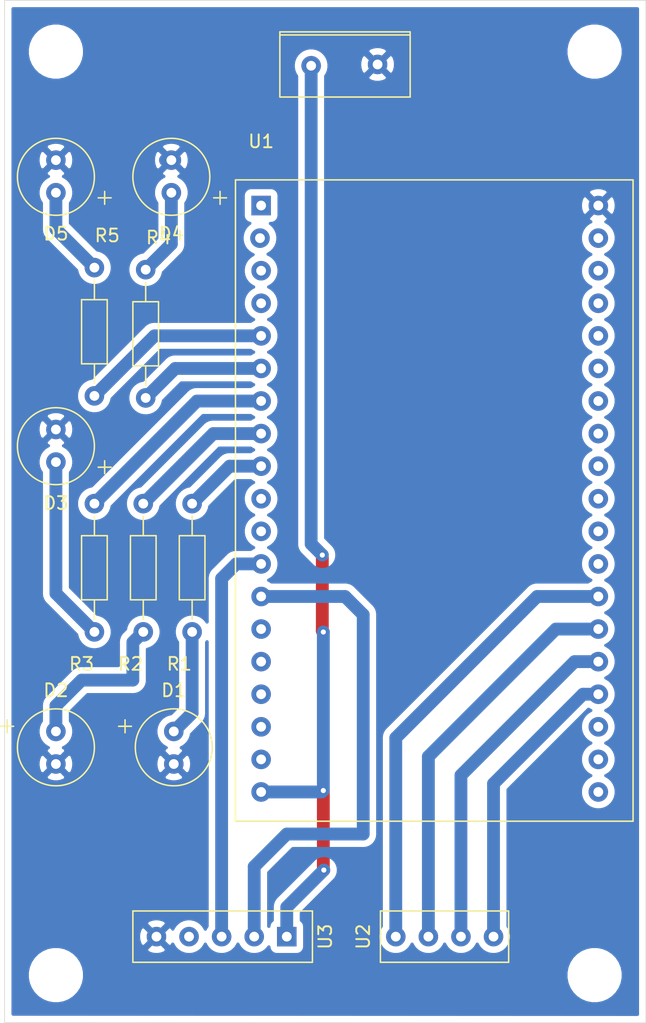
<source format=kicad_pcb>
(kicad_pcb (version 20171130) (host pcbnew 5.1.8-db9833491~88~ubuntu20.04.1)

  (general
    (thickness 1.6)
    (drawings 4)
    (tracks 60)
    (zones 0)
    (modules 18)
    (nets 45)
  )

  (page A4)
  (layers
    (0 F.Cu signal)
    (31 B.Cu signal)
    (32 B.Adhes user)
    (33 F.Adhes user)
    (34 B.Paste user)
    (35 F.Paste user)
    (36 B.SilkS user)
    (37 F.SilkS user)
    (38 B.Mask user)
    (39 F.Mask user)
    (40 Dwgs.User user)
    (41 Cmts.User user)
    (42 Eco1.User user)
    (43 Eco2.User user)
    (44 Edge.Cuts user)
    (45 Margin user)
    (46 B.CrtYd user)
    (47 F.CrtYd user)
    (48 B.Fab user)
    (49 F.Fab user)
  )

  (setup
    (last_trace_width 1)
    (user_trace_width 1)
    (trace_clearance 0.2)
    (zone_clearance 0.508)
    (zone_45_only no)
    (trace_min 0.2)
    (via_size 0.8)
    (via_drill 0.4)
    (via_min_size 0.4)
    (via_min_drill 0.3)
    (uvia_size 0.3)
    (uvia_drill 0.1)
    (uvias_allowed no)
    (uvia_min_size 0.2)
    (uvia_min_drill 0.1)
    (edge_width 0.05)
    (segment_width 0.2)
    (pcb_text_width 0.3)
    (pcb_text_size 1.5 1.5)
    (mod_edge_width 0.12)
    (mod_text_size 1 1)
    (mod_text_width 0.15)
    (pad_size 1.524 1.524)
    (pad_drill 0.762)
    (pad_to_mask_clearance 0)
    (aux_axis_origin 0 0)
    (visible_elements FFFFFF7F)
    (pcbplotparams
      (layerselection 0x010fc_ffffffff)
      (usegerberextensions false)
      (usegerberattributes true)
      (usegerberadvancedattributes true)
      (creategerberjobfile true)
      (excludeedgelayer true)
      (linewidth 0.100000)
      (plotframeref false)
      (viasonmask false)
      (mode 1)
      (useauxorigin false)
      (hpglpennumber 1)
      (hpglpenspeed 20)
      (hpglpendiameter 15.000000)
      (psnegative false)
      (psa4output false)
      (plotreference true)
      (plotvalue true)
      (plotinvisibletext false)
      (padsonsilk false)
      (subtractmaskfromsilk false)
      (outputformat 1)
      (mirror false)
      (drillshape 1)
      (scaleselection 1)
      (outputdirectory ""))
  )

  (net 0 "")
  (net 1 /Vcc)
  (net 2 GND)
  (net 3 "Net-(D1-Pad1)")
  (net 4 "Net-(D2-Pad1)")
  (net 5 "Net-(D3-Pad1)")
  (net 6 "Net-(D4-Pad1)")
  (net 7 "Net-(D5-Pad1)")
  (net 8 "Net-(U1-Pad1)")
  (net 9 "Net-(U1-Pad2)")
  (net 10 "Net-(U1-Pad3)")
  (net 11 "Net-(U1-Pad4)")
  (net 12 /FC4)
  (net 13 /FC3)
  (net 14 /FC2)
  (net 15 /FC1)
  (net 16 /FC0)
  (net 17 "Net-(U1-Pad10)")
  (net 18 "Net-(U1-Pad11)")
  (net 19 "Net-(U1-Pad12)")
  (net 20 "Net-(U1-Pad13)")
  (net 21 "Net-(U1-Pad14)")
  (net 22 "Net-(U1-Pad15)")
  (net 23 "Net-(U1-Pad16)")
  (net 24 "Net-(U1-Pad17)")
  (net 25 "Net-(U1-Pad18)")
  (net 26 "Net-(U1-Pad20)")
  (net 27 "Net-(U1-Pad21)")
  (net 28 "Net-(U1-Pad22)")
  (net 29 "Net-(U1-Pad23)")
  (net 30 "Net-(U1-Pad24)")
  (net 31 "Net-(U1-Pad25)")
  (net 32 "Net-(U1-Pad26)")
  (net 33 "Net-(U1-Pad27)")
  (net 34 "Net-(U1-Pad28)")
  (net 35 "Net-(U1-Pad29)")
  (net 36 "Net-(U1-Pad30)")
  (net 37 "Net-(U1-Pad31)")
  (net 38 "Net-(U1-Pad32)")
  (net 39 "Net-(U1-Pad33)")
  (net 40 "Net-(U1-Pad34)")
  (net 41 "Net-(U1-Pad35)")
  (net 42 "Net-(U1-Pad36)")
  (net 43 "Net-(U1-Pad37)")
  (net 44 "Net-(U3-Pad4)")

  (net_class Default "This is the default net class."
    (clearance 0.2)
    (trace_width 0.25)
    (via_dia 0.8)
    (via_drill 0.4)
    (uvia_dia 0.3)
    (uvia_drill 0.1)
    (add_net /FC0)
    (add_net /FC1)
    (add_net /FC2)
    (add_net /FC3)
    (add_net /FC4)
    (add_net /Vcc)
    (add_net GND)
    (add_net "Net-(D1-Pad1)")
    (add_net "Net-(D2-Pad1)")
    (add_net "Net-(D3-Pad1)")
    (add_net "Net-(D4-Pad1)")
    (add_net "Net-(D5-Pad1)")
    (add_net "Net-(U1-Pad1)")
    (add_net "Net-(U1-Pad10)")
    (add_net "Net-(U1-Pad11)")
    (add_net "Net-(U1-Pad12)")
    (add_net "Net-(U1-Pad13)")
    (add_net "Net-(U1-Pad14)")
    (add_net "Net-(U1-Pad15)")
    (add_net "Net-(U1-Pad16)")
    (add_net "Net-(U1-Pad17)")
    (add_net "Net-(U1-Pad18)")
    (add_net "Net-(U1-Pad2)")
    (add_net "Net-(U1-Pad20)")
    (add_net "Net-(U1-Pad21)")
    (add_net "Net-(U1-Pad22)")
    (add_net "Net-(U1-Pad23)")
    (add_net "Net-(U1-Pad24)")
    (add_net "Net-(U1-Pad25)")
    (add_net "Net-(U1-Pad26)")
    (add_net "Net-(U1-Pad27)")
    (add_net "Net-(U1-Pad28)")
    (add_net "Net-(U1-Pad29)")
    (add_net "Net-(U1-Pad3)")
    (add_net "Net-(U1-Pad30)")
    (add_net "Net-(U1-Pad31)")
    (add_net "Net-(U1-Pad32)")
    (add_net "Net-(U1-Pad33)")
    (add_net "Net-(U1-Pad34)")
    (add_net "Net-(U1-Pad35)")
    (add_net "Net-(U1-Pad36)")
    (add_net "Net-(U1-Pad37)")
    (add_net "Net-(U1-Pad4)")
    (add_net "Net-(U3-Pad4)")
  )

  (module RC_Car:Domino_2_5.05mm (layer F.Cu) (tedit 5FCAF1AB) (tstamp 5FCB71D3)
    (at 144 98 90)
    (path /5FCA9697)
    (fp_text reference BT1 (at -0.5 -3.7 90) (layer F.SilkS) hide
      (effects (font (size 1 1) (thickness 0.15)))
    )
    (fp_text value Battery_Pins (at 4.1 8.8 90) (layer F.Fab) hide
      (effects (font (size 1 1) (thickness 0.15)))
    )
    (fp_line (start -2.54 -2.54) (end 2.54 -2.54) (layer F.SilkS) (width 0.12))
    (fp_line (start 2.54 -2.54) (end 2.54 7.62) (layer F.SilkS) (width 0.12))
    (fp_line (start 2.54 7.62) (end -2.54 7.62) (layer F.SilkS) (width 0.12))
    (fp_line (start -2.54 7.62) (end -2.54 -2.54) (layer F.SilkS) (width 0.12))
    (fp_line (start 2.3 -2.5) (end 2.3 7.6) (layer F.SilkS) (width 0.12))
    (pad 1 thru_hole circle (at -0.1 -0.1 90) (size 1.524 1.524) (drill 0.762) (layers *.Cu *.Mask)
      (net 1 /Vcc))
    (pad 2 thru_hole circle (at 0 5.08 90) (size 1.524 1.524) (drill 0.762) (layers *.Cu *.Mask)
      (net 2 GND))
  )

  (module RC_Car:Led (layer F.Cu) (tedit 5FCAEF48) (tstamp 5FCB71DC)
    (at 133.19 150)
    (path /5FCE4A18)
    (fp_text reference D1 (at 0 -3.2) (layer F.SilkS)
      (effects (font (size 1 1) (thickness 0.15)))
    )
    (fp_text value LED (at 0 6) (layer F.Fab)
      (effects (font (size 1 1) (thickness 0.15)))
    )
    (fp_circle (center 0 1.24) (end 3 1.24) (layer F.SilkS) (width 0.12))
    (fp_line (start -4.3 -0.4) (end -3.3 -0.4) (layer F.SilkS) (width 0.12))
    (fp_line (start -3.8 0.1) (end -3.8 -0.9) (layer F.SilkS) (width 0.12))
    (pad 1 thru_hole circle (at 0 0) (size 1.524 1.524) (drill 0.762) (layers *.Cu *.Mask)
      (net 3 "Net-(D1-Pad1)"))
    (pad 2 thru_hole circle (at 0 2.54) (size 1.524 1.524) (drill 0.762) (layers *.Cu *.Mask)
      (net 2 GND))
  )

  (module RC_Car:Led (layer F.Cu) (tedit 5FCAEF48) (tstamp 5FCB71E5)
    (at 124 150)
    (path /5FCE9FBE)
    (fp_text reference D2 (at 0 -3.2) (layer F.SilkS)
      (effects (font (size 1 1) (thickness 0.15)))
    )
    (fp_text value LED (at 0 6) (layer F.Fab)
      (effects (font (size 1 1) (thickness 0.15)))
    )
    (fp_line (start -3.8 0.1) (end -3.8 -0.9) (layer F.SilkS) (width 0.12))
    (fp_line (start -4.3 -0.4) (end -3.3 -0.4) (layer F.SilkS) (width 0.12))
    (fp_circle (center 0 1.24) (end 3 1.24) (layer F.SilkS) (width 0.12))
    (pad 2 thru_hole circle (at 0 2.54) (size 1.524 1.524) (drill 0.762) (layers *.Cu *.Mask)
      (net 2 GND))
    (pad 1 thru_hole circle (at 0 0) (size 1.524 1.524) (drill 0.762) (layers *.Cu *.Mask)
      (net 4 "Net-(D2-Pad1)"))
  )

  (module RC_Car:Led (layer F.Cu) (tedit 5FCAEF48) (tstamp 5FCB71EE)
    (at 124 129 180)
    (path /5FCEBBC6)
    (fp_text reference D3 (at 0 -3.2) (layer F.SilkS)
      (effects (font (size 1 1) (thickness 0.15)))
    )
    (fp_text value LED (at 0 6) (layer F.Fab)
      (effects (font (size 1 1) (thickness 0.15)))
    )
    (fp_circle (center 0 1.24) (end 3 1.24) (layer F.SilkS) (width 0.12))
    (fp_line (start -4.3 -0.4) (end -3.3 -0.4) (layer F.SilkS) (width 0.12))
    (fp_line (start -3.8 0.1) (end -3.8 -0.9) (layer F.SilkS) (width 0.12))
    (pad 1 thru_hole circle (at 0 0 180) (size 1.524 1.524) (drill 0.762) (layers *.Cu *.Mask)
      (net 5 "Net-(D3-Pad1)"))
    (pad 2 thru_hole circle (at 0 2.54 180) (size 1.524 1.524) (drill 0.762) (layers *.Cu *.Mask)
      (net 2 GND))
  )

  (module RC_Car:Led (layer F.Cu) (tedit 5FCAEF48) (tstamp 5FCB0E08)
    (at 133 108 180)
    (path /5FCEC1E8)
    (fp_text reference D4 (at 0 -3.2) (layer F.SilkS)
      (effects (font (size 1 1) (thickness 0.15)))
    )
    (fp_text value LED (at 0 6) (layer F.Fab)
      (effects (font (size 1 1) (thickness 0.15)))
    )
    (fp_line (start -3.8 0.1) (end -3.8 -0.9) (layer F.SilkS) (width 0.12))
    (fp_line (start -4.3 -0.4) (end -3.3 -0.4) (layer F.SilkS) (width 0.12))
    (fp_circle (center 0 1.24) (end 3 1.24) (layer F.SilkS) (width 0.12))
    (pad 2 thru_hole circle (at 0 2.54 180) (size 1.524 1.524) (drill 0.762) (layers *.Cu *.Mask)
      (net 2 GND))
    (pad 1 thru_hole circle (at 0 0 180) (size 1.524 1.524) (drill 0.762) (layers *.Cu *.Mask)
      (net 6 "Net-(D4-Pad1)"))
  )

  (module RC_Car:Led (layer F.Cu) (tedit 5FCAEF48) (tstamp 5FCB7200)
    (at 124 108 180)
    (path /5FCEFBA8)
    (fp_text reference D5 (at 0 -3.2) (layer F.SilkS)
      (effects (font (size 1 1) (thickness 0.15)))
    )
    (fp_text value LED (at 0 6) (layer F.Fab)
      (effects (font (size 1 1) (thickness 0.15)))
    )
    (fp_circle (center 0 1.24) (end 3 1.24) (layer F.SilkS) (width 0.12))
    (fp_line (start -4.3 -0.4) (end -3.3 -0.4) (layer F.SilkS) (width 0.12))
    (fp_line (start -3.8 0.1) (end -3.8 -0.9) (layer F.SilkS) (width 0.12))
    (pad 1 thru_hole circle (at 0 0 180) (size 1.524 1.524) (drill 0.762) (layers *.Cu *.Mask)
      (net 7 "Net-(D5-Pad1)"))
    (pad 2 thru_hole circle (at 0 2.54 180) (size 1.524 1.524) (drill 0.762) (layers *.Cu *.Mask)
      (net 2 GND))
  )

  (module RC_Car:Resistor (layer F.Cu) (tedit 5FCAEDDC) (tstamp 5FCB720E)
    (at 134.62 142.24 180)
    (path /5FCE4414)
    (fp_text reference R1 (at 1 -2.5) (layer F.SilkS)
      (effects (font (size 1 1) (thickness 0.15)))
    )
    (fp_text value Resistor (at 2 13) (layer F.Fab) hide
      (effects (font (size 1 1) (thickness 0.15)))
    )
    (fp_line (start -1 2.5) (end 1 2.5) (layer F.SilkS) (width 0.12))
    (fp_line (start 1 2.5) (end 1 7.5) (layer F.SilkS) (width 0.12))
    (fp_line (start 1 7.5) (end -1 7.5) (layer F.SilkS) (width 0.12))
    (fp_line (start -1 7.5) (end -1 2.5) (layer F.SilkS) (width 0.12))
    (fp_line (start 0 2.5) (end 0 1.5) (layer F.SilkS) (width 0.12))
    (fp_line (start 0 7.5) (end 0 8.5) (layer F.SilkS) (width 0.12))
    (fp_line (start 0 1.5) (end 0 1) (layer F.SilkS) (width 0.12))
    (fp_line (start 0 8.5) (end 0 9) (layer F.SilkS) (width 0.12))
    (pad 1 thru_hole circle (at 0 0 180) (size 1.524 1.524) (drill 0.762) (layers *.Cu *.Mask)
      (net 3 "Net-(D1-Pad1)"))
    (pad 2 thru_hole circle (at 0 10 180) (size 1.524 1.524) (drill 0.762) (layers *.Cu *.Mask)
      (net 16 /FC0))
  )

  (module RC_Car:Resistor (layer F.Cu) (tedit 5FCAEDDC) (tstamp 5FCB721C)
    (at 130.81 142.24 180)
    (path /5FCE9FB8)
    (fp_text reference R2 (at 1 -2.5) (layer F.SilkS)
      (effects (font (size 1 1) (thickness 0.15)))
    )
    (fp_text value Resistor (at 2 13) (layer F.Fab) hide
      (effects (font (size 1 1) (thickness 0.15)))
    )
    (fp_line (start 0 8.5) (end 0 9) (layer F.SilkS) (width 0.12))
    (fp_line (start 0 1.5) (end 0 1) (layer F.SilkS) (width 0.12))
    (fp_line (start 0 7.5) (end 0 8.5) (layer F.SilkS) (width 0.12))
    (fp_line (start 0 2.5) (end 0 1.5) (layer F.SilkS) (width 0.12))
    (fp_line (start -1 7.5) (end -1 2.5) (layer F.SilkS) (width 0.12))
    (fp_line (start 1 7.5) (end -1 7.5) (layer F.SilkS) (width 0.12))
    (fp_line (start 1 2.5) (end 1 7.5) (layer F.SilkS) (width 0.12))
    (fp_line (start -1 2.5) (end 1 2.5) (layer F.SilkS) (width 0.12))
    (pad 2 thru_hole circle (at 0 10 180) (size 1.524 1.524) (drill 0.762) (layers *.Cu *.Mask)
      (net 15 /FC1))
    (pad 1 thru_hole circle (at 0 0 180) (size 1.524 1.524) (drill 0.762) (layers *.Cu *.Mask)
      (net 4 "Net-(D2-Pad1)"))
  )

  (module RC_Car:Resistor (layer F.Cu) (tedit 5FCAEDDC) (tstamp 5FCB722A)
    (at 127 142.24 180)
    (path /5FCEBBC0)
    (fp_text reference R3 (at 1 -2.5) (layer F.SilkS)
      (effects (font (size 1 1) (thickness 0.15)))
    )
    (fp_text value Resistor (at 2 13) (layer F.Fab) hide
      (effects (font (size 1 1) (thickness 0.15)))
    )
    (fp_line (start -1 2.5) (end 1 2.5) (layer F.SilkS) (width 0.12))
    (fp_line (start 1 2.5) (end 1 7.5) (layer F.SilkS) (width 0.12))
    (fp_line (start 1 7.5) (end -1 7.5) (layer F.SilkS) (width 0.12))
    (fp_line (start -1 7.5) (end -1 2.5) (layer F.SilkS) (width 0.12))
    (fp_line (start 0 2.5) (end 0 1.5) (layer F.SilkS) (width 0.12))
    (fp_line (start 0 7.5) (end 0 8.5) (layer F.SilkS) (width 0.12))
    (fp_line (start 0 1.5) (end 0 1) (layer F.SilkS) (width 0.12))
    (fp_line (start 0 8.5) (end 0 9) (layer F.SilkS) (width 0.12))
    (pad 1 thru_hole circle (at 0 0 180) (size 1.524 1.524) (drill 0.762) (layers *.Cu *.Mask)
      (net 5 "Net-(D3-Pad1)"))
    (pad 2 thru_hole circle (at 0 10 180) (size 1.524 1.524) (drill 0.762) (layers *.Cu *.Mask)
      (net 14 /FC2))
  )

  (module RC_Car:Resistor (layer F.Cu) (tedit 5FCAEDDC) (tstamp 5FCB7238)
    (at 131 114)
    (path /5FCEC1E2)
    (fp_text reference R4 (at 1 -2.5) (layer F.SilkS)
      (effects (font (size 1 1) (thickness 0.15)))
    )
    (fp_text value Resistor (at 2 13) (layer F.Fab) hide
      (effects (font (size 1 1) (thickness 0.15)))
    )
    (fp_line (start 0 8.5) (end 0 9) (layer F.SilkS) (width 0.12))
    (fp_line (start 0 1.5) (end 0 1) (layer F.SilkS) (width 0.12))
    (fp_line (start 0 7.5) (end 0 8.5) (layer F.SilkS) (width 0.12))
    (fp_line (start 0 2.5) (end 0 1.5) (layer F.SilkS) (width 0.12))
    (fp_line (start -1 7.5) (end -1 2.5) (layer F.SilkS) (width 0.12))
    (fp_line (start 1 7.5) (end -1 7.5) (layer F.SilkS) (width 0.12))
    (fp_line (start 1 2.5) (end 1 7.5) (layer F.SilkS) (width 0.12))
    (fp_line (start -1 2.5) (end 1 2.5) (layer F.SilkS) (width 0.12))
    (pad 2 thru_hole circle (at 0 10) (size 1.524 1.524) (drill 0.762) (layers *.Cu *.Mask)
      (net 13 /FC3))
    (pad 1 thru_hole circle (at 0 0) (size 1.524 1.524) (drill 0.762) (layers *.Cu *.Mask)
      (net 6 "Net-(D4-Pad1)"))
  )

  (module RC_Car:Resistor (layer F.Cu) (tedit 5FCAEDDC) (tstamp 5FCB7246)
    (at 127 113.84)
    (path /5FCEFBA2)
    (fp_text reference R5 (at 1 -2.5) (layer F.SilkS)
      (effects (font (size 1 1) (thickness 0.15)))
    )
    (fp_text value Resistor (at 2 13) (layer F.Fab) hide
      (effects (font (size 1 1) (thickness 0.15)))
    )
    (fp_line (start -1 2.5) (end 1 2.5) (layer F.SilkS) (width 0.12))
    (fp_line (start 1 2.5) (end 1 7.5) (layer F.SilkS) (width 0.12))
    (fp_line (start 1 7.5) (end -1 7.5) (layer F.SilkS) (width 0.12))
    (fp_line (start -1 7.5) (end -1 2.5) (layer F.SilkS) (width 0.12))
    (fp_line (start 0 2.5) (end 0 1.5) (layer F.SilkS) (width 0.12))
    (fp_line (start 0 7.5) (end 0 8.5) (layer F.SilkS) (width 0.12))
    (fp_line (start 0 1.5) (end 0 1) (layer F.SilkS) (width 0.12))
    (fp_line (start 0 8.5) (end 0 9) (layer F.SilkS) (width 0.12))
    (pad 1 thru_hole circle (at 0 0) (size 1.524 1.524) (drill 0.762) (layers *.Cu *.Mask)
      (net 7 "Net-(D5-Pad1)"))
    (pad 2 thru_hole circle (at 0 10) (size 1.524 1.524) (drill 0.762) (layers *.Cu *.Mask)
      (net 12 /FC4))
  )

  (module RC_Car:ESP32_Node (layer F.Cu) (tedit 5FCAEC15) (tstamp 5FCB0B1F)
    (at 140 109)
    (path /5FCA7AE0)
    (fp_text reference U1 (at 0 -5) (layer F.SilkS)
      (effects (font (size 1 1) (thickness 0.15)))
    )
    (fp_text value ESP32-Node (at 4 51) (layer F.Fab) hide
      (effects (font (size 1 1) (thickness 0.15)))
    )
    (fp_line (start -2 -2) (end -2 48) (layer F.SilkS) (width 0.12))
    (fp_line (start 29 48) (end -2 48) (layer F.SilkS) (width 0.12))
    (fp_line (start 29 -2) (end 29 48) (layer F.SilkS) (width 0.12))
    (fp_line (start -2 -2) (end 29 -2) (layer F.SilkS) (width 0.12))
    (pad 1 thru_hole rect (at 0 0) (size 1.524 1.524) (drill 0.762) (layers *.Cu *.Mask)
      (net 8 "Net-(U1-Pad1)"))
    (pad 2 thru_hole circle (at -0.0889 2.54) (size 1.524 1.524) (drill 0.762) (layers *.Cu *.Mask)
      (net 9 "Net-(U1-Pad2)"))
    (pad 3 thru_hole circle (at 0 5.08) (size 1.524 1.524) (drill 0.762) (layers *.Cu *.Mask)
      (net 10 "Net-(U1-Pad3)"))
    (pad 4 thru_hole circle (at 0 7.62) (size 1.524 1.524) (drill 0.762) (layers *.Cu *.Mask)
      (net 11 "Net-(U1-Pad4)"))
    (pad 5 thru_hole circle (at 0 10.16) (size 1.524 1.524) (drill 0.762) (layers *.Cu *.Mask)
      (net 12 /FC4))
    (pad 6 thru_hole circle (at 0 12.7) (size 1.524 1.524) (drill 0.762) (layers *.Cu *.Mask)
      (net 13 /FC3))
    (pad 7 thru_hole circle (at 0 15.24) (size 1.524 1.524) (drill 0.762) (layers *.Cu *.Mask)
      (net 14 /FC2))
    (pad 8 thru_hole circle (at 0 17.78) (size 1.524 1.524) (drill 0.762) (layers *.Cu *.Mask)
      (net 15 /FC1))
    (pad 9 thru_hole circle (at 0 20.32) (size 1.524 1.524) (drill 0.762) (layers *.Cu *.Mask)
      (net 16 /FC0))
    (pad 10 thru_hole circle (at 0 22.86) (size 1.524 1.524) (drill 0.762) (layers *.Cu *.Mask)
      (net 17 "Net-(U1-Pad10)"))
    (pad 11 thru_hole circle (at 0 25.4) (size 1.524 1.524) (drill 0.762) (layers *.Cu *.Mask)
      (net 18 "Net-(U1-Pad11)"))
    (pad 12 thru_hole circle (at 0 27.94) (size 1.524 1.524) (drill 0.762) (layers *.Cu *.Mask)
      (net 19 "Net-(U1-Pad12)"))
    (pad 13 thru_hole circle (at 0 30.48) (size 1.524 1.524) (drill 0.762) (layers *.Cu *.Mask)
      (net 20 "Net-(U1-Pad13)"))
    (pad 14 thru_hole circle (at 0 33.02) (size 1.524 1.524) (drill 0.762) (layers *.Cu *.Mask)
      (net 21 "Net-(U1-Pad14)"))
    (pad 15 thru_hole circle (at 0 35.56) (size 1.524 1.524) (drill 0.762) (layers *.Cu *.Mask)
      (net 22 "Net-(U1-Pad15)"))
    (pad 16 thru_hole circle (at 0 38.1) (size 1.524 1.524) (drill 0.762) (layers *.Cu *.Mask)
      (net 23 "Net-(U1-Pad16)"))
    (pad 17 thru_hole circle (at 0 40.64) (size 1.524 1.524) (drill 0.762) (layers *.Cu *.Mask)
      (net 24 "Net-(U1-Pad17)"))
    (pad 18 thru_hole circle (at 0 43.18) (size 1.524 1.524) (drill 0.762) (layers *.Cu *.Mask)
      (net 25 "Net-(U1-Pad18)"))
    (pad 19 thru_hole circle (at 0 45.72) (size 1.524 1.524) (drill 0.762) (layers *.Cu *.Mask)
      (net 1 /Vcc))
    (pad 20 thru_hole circle (at 26.29 45.72) (size 1.524 1.524) (drill 0.762) (layers *.Cu *.Mask)
      (net 26 "Net-(U1-Pad20)"))
    (pad 21 thru_hole circle (at 26.29 43.18) (size 1.524 1.524) (drill 0.762) (layers *.Cu *.Mask)
      (net 27 "Net-(U1-Pad21)"))
    (pad 22 thru_hole circle (at 26.29 40.64) (size 1.524 1.524) (drill 0.762) (layers *.Cu *.Mask)
      (net 28 "Net-(U1-Pad22)"))
    (pad 23 thru_hole circle (at 26.29 38.1) (size 1.524 1.524) (drill 0.762) (layers *.Cu *.Mask)
      (net 29 "Net-(U1-Pad23)"))
    (pad 24 thru_hole circle (at 26.29 35.56) (size 1.524 1.524) (drill 0.762) (layers *.Cu *.Mask)
      (net 30 "Net-(U1-Pad24)"))
    (pad 25 thru_hole circle (at 26.29 33.02) (size 1.524 1.524) (drill 0.762) (layers *.Cu *.Mask)
      (net 31 "Net-(U1-Pad25)"))
    (pad 26 thru_hole circle (at 26.29 30.48) (size 1.524 1.524) (drill 0.762) (layers *.Cu *.Mask)
      (net 32 "Net-(U1-Pad26)"))
    (pad 27 thru_hole circle (at 26.29 27.94) (size 1.524 1.524) (drill 0.762) (layers *.Cu *.Mask)
      (net 33 "Net-(U1-Pad27)"))
    (pad 28 thru_hole circle (at 26.29 25.4) (size 1.524 1.524) (drill 0.762) (layers *.Cu *.Mask)
      (net 34 "Net-(U1-Pad28)"))
    (pad 29 thru_hole circle (at 26.29 22.86) (size 1.524 1.524) (drill 0.762) (layers *.Cu *.Mask)
      (net 35 "Net-(U1-Pad29)"))
    (pad 30 thru_hole circle (at 26.29 20.32) (size 1.524 1.524) (drill 0.762) (layers *.Cu *.Mask)
      (net 36 "Net-(U1-Pad30)"))
    (pad 31 thru_hole circle (at 26.29 17.78) (size 1.524 1.524) (drill 0.762) (layers *.Cu *.Mask)
      (net 37 "Net-(U1-Pad31)"))
    (pad 32 thru_hole circle (at 26.29 15.24) (size 1.524 1.524) (drill 0.762) (layers *.Cu *.Mask)
      (net 38 "Net-(U1-Pad32)"))
    (pad 33 thru_hole circle (at 26.29 12.7) (size 1.524 1.524) (drill 0.762) (layers *.Cu *.Mask)
      (net 39 "Net-(U1-Pad33)"))
    (pad 34 thru_hole circle (at 26.29 10.16) (size 1.524 1.524) (drill 0.762) (layers *.Cu *.Mask)
      (net 40 "Net-(U1-Pad34)"))
    (pad 35 thru_hole circle (at 26.29 7.62) (size 1.524 1.524) (drill 0.762) (layers *.Cu *.Mask)
      (net 41 "Net-(U1-Pad35)"))
    (pad 36 thru_hole circle (at 26.29 5.08) (size 1.524 1.524) (drill 0.762) (layers *.Cu *.Mask)
      (net 42 "Net-(U1-Pad36)"))
    (pad 37 thru_hole circle (at 26.29 2.54) (size 1.524 1.524) (drill 0.762) (layers *.Cu *.Mask)
      (net 43 "Net-(U1-Pad37)"))
    (pad 38 thru_hole circle (at 26.29 0) (size 1.524 1.524) (drill 0.762) (layers *.Cu *.Mask)
      (net 2 GND))
  )

  (module RC_Car:L298_Input (layer F.Cu) (tedit 5FCAEBD6) (tstamp 5FCB7280)
    (at 150.5 166 90)
    (path /5FCD1D1A)
    (fp_text reference U2 (at 0 -2.54 90) (layer F.SilkS)
      (effects (font (size 1 1) (thickness 0.15)))
    )
    (fp_text value L298_INPUT (at 2.54 10.16 90) (layer F.Fab)
      (effects (font (size 1 1) (thickness 0.15)))
    )
    (fp_line (start -2 -1.2) (end -2 8.8) (layer F.SilkS) (width 0.12))
    (fp_line (start 2 -1.2) (end 2 8.8) (layer F.SilkS) (width 0.12))
    (fp_line (start -2 -1.2) (end 2 -1.2) (layer F.SilkS) (width 0.12))
    (fp_line (start -2 8.8) (end 2 8.8) (layer F.SilkS) (width 0.12))
    (pad 1 thru_hole circle (at 0 0 90) (size 1.524 1.524) (drill 0.762) (layers *.Cu *.Mask)
      (net 32 "Net-(U1-Pad26)"))
    (pad 2 thru_hole circle (at 0 2.54 90) (size 1.524 1.524) (drill 0.762) (layers *.Cu *.Mask)
      (net 31 "Net-(U1-Pad25)"))
    (pad 3 thru_hole circle (at 0 5.08 90) (size 1.524 1.524) (drill 0.762) (layers *.Cu *.Mask)
      (net 30 "Net-(U1-Pad24)"))
    (pad 4 thru_hole circle (at 0 7.62 90) (size 1.524 1.524) (drill 0.762) (layers *.Cu *.Mask)
      (net 29 "Net-(U1-Pad23)"))
  )

  (module RC_Car:SRF05 (layer F.Cu) (tedit 5FCAEC84) (tstamp 5FCB728D)
    (at 142 166 270)
    (path /5FCD42D2)
    (fp_text reference U3 (at 0 -3 90) (layer F.SilkS)
      (effects (font (size 1 1) (thickness 0.15)))
    )
    (fp_text value SRF_05 (at 0 13 90) (layer F.Fab)
      (effects (font (size 1 1) (thickness 0.15)))
    )
    (fp_line (start -2 -2) (end 2 -2) (layer F.SilkS) (width 0.12))
    (fp_line (start 2 -2) (end 2 12) (layer F.SilkS) (width 0.12))
    (fp_line (start 2 12) (end -2 12) (layer F.SilkS) (width 0.12))
    (fp_line (start -2 12) (end -2 -2) (layer F.SilkS) (width 0.12))
    (pad 1 thru_hole rect (at 0 0 270) (size 1.524 1.524) (drill 0.762) (layers *.Cu *.Mask)
      (net 1 /Vcc))
    (pad 2 thru_hole circle (at 0 2.54 270) (size 1.524 1.524) (drill 0.762) (layers *.Cu *.Mask)
      (net 20 "Net-(U1-Pad13)"))
    (pad 3 thru_hole circle (at 0 5.08 270) (size 1.524 1.524) (drill 0.762) (layers *.Cu *.Mask)
      (net 19 "Net-(U1-Pad12)"))
    (pad 4 thru_hole circle (at 0 7.62 270) (size 1.524 1.524) (drill 0.762) (layers *.Cu *.Mask)
      (net 44 "Net-(U3-Pad4)"))
    (pad 5 thru_hole circle (at 0 10.16 270) (size 1.524 1.524) (drill 0.762) (layers *.Cu *.Mask)
      (net 2 GND))
  )

  (module MountingHole:MountingHole_3.2mm_M3 (layer F.Cu) (tedit 56D1B4CB) (tstamp 5FCB06E4)
    (at 124 97)
    (descr "Mounting Hole 3.2mm, no annular, M3")
    (tags "mounting hole 3.2mm no annular m3")
    (path /5FD38728)
    (attr virtual)
    (fp_text reference H1 (at 0 -4.2) (layer F.SilkS) hide
      (effects (font (size 1 1) (thickness 0.15)))
    )
    (fp_text value MountingHole (at 0 4.2) (layer F.Fab) hide
      (effects (font (size 1 1) (thickness 0.15)))
    )
    (fp_circle (center 0 0) (end 3.45 0) (layer F.CrtYd) (width 0.05))
    (fp_circle (center 0 0) (end 3.2 0) (layer Cmts.User) (width 0.15))
    (fp_text user %R (at 0.3 0) (layer F.Fab) hide
      (effects (font (size 1 1) (thickness 0.15)))
    )
    (pad 1 np_thru_hole circle (at 0 0) (size 3.2 3.2) (drill 3.2) (layers *.Cu *.Mask))
  )

  (module MountingHole:MountingHole_3.2mm_M3 (layer F.Cu) (tedit 56D1B4CB) (tstamp 5FCB06EC)
    (at 166 169)
    (descr "Mounting Hole 3.2mm, no annular, M3")
    (tags "mounting hole 3.2mm no annular m3")
    (path /5FD38C7B)
    (attr virtual)
    (fp_text reference H2 (at 0 -4.2) (layer F.SilkS) hide
      (effects (font (size 1 1) (thickness 0.15)))
    )
    (fp_text value MountingHole (at 0 4.2) (layer F.Fab) hide
      (effects (font (size 1 1) (thickness 0.15)))
    )
    (fp_circle (center 0 0) (end 3.2 0) (layer Cmts.User) (width 0.15))
    (fp_circle (center 0 0) (end 3.45 0) (layer F.CrtYd) (width 0.05))
    (fp_text user %R (at 0.3 0) (layer F.Fab) hide
      (effects (font (size 1 1) (thickness 0.15)))
    )
    (pad 1 np_thru_hole circle (at 0 0) (size 3.2 3.2) (drill 3.2) (layers *.Cu *.Mask))
  )

  (module MountingHole:MountingHole_3.2mm_M3 (layer F.Cu) (tedit 56D1B4CB) (tstamp 5FCB06F4)
    (at 166 97)
    (descr "Mounting Hole 3.2mm, no annular, M3")
    (tags "mounting hole 3.2mm no annular m3")
    (path /5FD3933A)
    (attr virtual)
    (fp_text reference H3 (at 0 -4.2) (layer F.SilkS) hide
      (effects (font (size 1 1) (thickness 0.15)))
    )
    (fp_text value MountingHole (at 0 4.2) (layer F.Fab) hide
      (effects (font (size 1 1) (thickness 0.15)))
    )
    (fp_circle (center 0 0) (end 3.45 0) (layer F.CrtYd) (width 0.05))
    (fp_circle (center 0 0) (end 3.2 0) (layer Cmts.User) (width 0.15))
    (fp_text user %R (at 0.3 0) (layer F.Fab) hide
      (effects (font (size 1 1) (thickness 0.15)))
    )
    (pad 1 np_thru_hole circle (at 0 0) (size 3.2 3.2) (drill 3.2) (layers *.Cu *.Mask))
  )

  (module MountingHole:MountingHole_3.2mm_M3 (layer F.Cu) (tedit 56D1B4CB) (tstamp 5FCB06FC)
    (at 124 169)
    (descr "Mounting Hole 3.2mm, no annular, M3")
    (tags "mounting hole 3.2mm no annular m3")
    (path /5FD39505)
    (attr virtual)
    (fp_text reference H4 (at 0 -4.2) (layer F.SilkS) hide
      (effects (font (size 1 1) (thickness 0.15)))
    )
    (fp_text value MountingHole (at 0 4.2) (layer F.Fab) hide
      (effects (font (size 1 1) (thickness 0.15)))
    )
    (fp_circle (center 0 0) (end 3.2 0) (layer Cmts.User) (width 0.15))
    (fp_circle (center 0 0) (end 3.45 0) (layer F.CrtYd) (width 0.05))
    (fp_text user %R (at 0.3 0) (layer F.Fab) hide
      (effects (font (size 1 1) (thickness 0.15)))
    )
    (pad 1 np_thru_hole circle (at 0 0) (size 3.2 3.2) (drill 3.2) (layers *.Cu *.Mask))
  )

  (gr_line (start 120 172.7) (end 170 172.72) (layer Edge.Cuts) (width 0.05) (tstamp 5FCB77A6))
  (gr_line (start 170 93) (end 170 172.72) (layer Edge.Cuts) (width 0.05) (tstamp 5FCB779E))
  (gr_line (start 120 93) (end 120 172.7) (layer Edge.Cuts) (width 0.05) (tstamp 5FCB778F))
  (gr_line (start 120 93) (end 170 93) (layer Edge.Cuts) (width 0.05))

  (via (at 144.85 154.61) (size 0.8) (drill 0.4) (layers F.Cu B.Cu) (net 1))
  (segment (start 140 154.72) (end 144.74 154.72) (width 1) (layer B.Cu) (net 1))
  (via (at 144.89 160.81) (size 0.8) (drill 0.4) (layers F.Cu B.Cu) (net 1))
  (segment (start 142 166) (end 142 163.7) (width 1) (layer B.Cu) (net 1))
  (segment (start 142 163.7) (end 144.89 160.81) (width 1) (layer B.Cu) (net 1))
  (segment (start 144.85 154.61) (end 144.85 142.25) (width 1) (layer B.Cu) (net 1))
  (segment (start 144.85 142.25) (end 144.85 142.25) (width 1) (layer B.Cu) (net 1) (tstamp 5FCB123C))
  (via (at 144.85 142.25) (size 0.8) (drill 0.4) (layers F.Cu B.Cu) (net 1))
  (via (at 144.77 136.25) (size 0.8) (drill 0.4) (layers F.Cu B.Cu) (net 1))
  (segment (start 143.9 98.1) (end 143.9 135.38) (width 1) (layer B.Cu) (net 1))
  (segment (start 143.9 135.38) (end 144.77 136.25) (width 1) (layer B.Cu) (net 1))
  (segment (start 144.77 142.17) (end 144.85 142.25) (width 1) (layer F.Cu) (net 1))
  (segment (start 144.77 136.25) (end 144.77 142.17) (width 1) (layer F.Cu) (net 1))
  (segment (start 144.85 160.77) (end 144.89 160.81) (width 1) (layer F.Cu) (net 1))
  (segment (start 144.85 154.61) (end 144.85 160.77) (width 1) (layer F.Cu) (net 1))
  (segment (start 132.54 105.46) (end 133 105.46) (width 1) (layer B.Cu) (net 2))
  (segment (start 134.62 148.57) (end 133.19 150) (width 1) (layer B.Cu) (net 3))
  (segment (start 134.62 142.24) (end 134.62 148.57) (width 1) (layer B.Cu) (net 3))
  (segment (start 124 150) (end 124 148) (width 1) (layer B.Cu) (net 4))
  (segment (start 124 148) (end 126 146) (width 1) (layer B.Cu) (net 4))
  (segment (start 126 146) (end 130 146) (width 1) (layer B.Cu) (net 4))
  (segment (start 130 143.05) (end 130.81 142.24) (width 1) (layer B.Cu) (net 4))
  (segment (start 130 146) (end 130 143.05) (width 1) (layer B.Cu) (net 4))
  (segment (start 124 139.24) (end 124 129) (width 1) (layer B.Cu) (net 5))
  (segment (start 127 142.24) (end 124 139.24) (width 1) (layer B.Cu) (net 5))
  (segment (start 133 112) (end 131 114) (width 1) (layer B.Cu) (net 6))
  (segment (start 133 108) (end 133 112) (width 1) (layer B.Cu) (net 6))
  (segment (start 124 110.84) (end 127 113.84) (width 1) (layer B.Cu) (net 7))
  (segment (start 124 108) (end 124 110.84) (width 1) (layer B.Cu) (net 7))
  (segment (start 131.68 119.16) (end 127 123.84) (width 1) (layer B.Cu) (net 12))
  (segment (start 140 119.16) (end 131.68 119.16) (width 1) (layer B.Cu) (net 12))
  (segment (start 133.3 121.7) (end 131 124) (width 1) (layer B.Cu) (net 13))
  (segment (start 140 121.7) (end 133.3 121.7) (width 1) (layer B.Cu) (net 13))
  (segment (start 135 124.24) (end 127 132.24) (width 1) (layer B.Cu) (net 14))
  (segment (start 140 124.24) (end 135 124.24) (width 1) (layer B.Cu) (net 14))
  (segment (start 136.27 126.78) (end 130.81 132.24) (width 1) (layer B.Cu) (net 15))
  (segment (start 140 126.78) (end 136.27 126.78) (width 1) (layer B.Cu) (net 15))
  (segment (start 137.54 129.32) (end 134.62 132.24) (width 1) (layer B.Cu) (net 16))
  (segment (start 140 129.32) (end 137.54 129.32) (width 1) (layer B.Cu) (net 16))
  (segment (start 140 136.94) (end 138.06 136.94) (width 1) (layer B.Cu) (net 19))
  (segment (start 136.92 138.08) (end 136.92 166) (width 1) (layer B.Cu) (net 19))
  (segment (start 138.06 136.94) (end 136.92 138.08) (width 1) (layer B.Cu) (net 19))
  (segment (start 146.54 139.48) (end 140 139.48) (width 1) (layer B.Cu) (net 20))
  (segment (start 147.96 140.9) (end 146.54 139.48) (width 1) (layer B.Cu) (net 20))
  (segment (start 147.96 158) (end 147.96 140.9) (width 1) (layer B.Cu) (net 20))
  (segment (start 142 158) (end 147.96 158) (width 1) (layer B.Cu) (net 20))
  (segment (start 139.46 160.54) (end 142 158) (width 1) (layer B.Cu) (net 20))
  (segment (start 139.46 166) (end 139.46 160.54) (width 1) (layer B.Cu) (net 20))
  (segment (start 165.095 147.1) (end 166.29 147.1) (width 1) (layer B.Cu) (net 29))
  (segment (start 158.12 154.075) (end 165.095 147.1) (width 1) (layer B.Cu) (net 29))
  (segment (start 158.12 166) (end 158.12 154.075) (width 1) (layer B.Cu) (net 29))
  (segment (start 155.58 153.42) (end 155.58 166) (width 1) (layer B.Cu) (net 30))
  (segment (start 164.44 144.56) (end 155.58 153.42) (width 1) (layer B.Cu) (net 30))
  (segment (start 166.29 144.56) (end 164.44 144.56) (width 1) (layer B.Cu) (net 30))
  (segment (start 153.04 151.96) (end 153.04 166) (width 1) (layer B.Cu) (net 31))
  (segment (start 162.98 142.02) (end 153.04 151.96) (width 1) (layer B.Cu) (net 31))
  (segment (start 166.29 142.02) (end 162.98 142.02) (width 1) (layer B.Cu) (net 31))
  (segment (start 150.5 150.5) (end 150.5 166) (width 1) (layer B.Cu) (net 32))
  (segment (start 161.52 139.48) (end 150.5 150.5) (width 1) (layer B.Cu) (net 32))
  (segment (start 166.29 139.48) (end 161.52 139.48) (width 1) (layer B.Cu) (net 32))

  (zone (net 2) (net_name GND) (layer B.Cu) (tstamp 0) (hatch edge 0.508)
    (connect_pads (clearance 0.508))
    (min_thickness 0.254)
    (fill yes (arc_segments 32) (thermal_gap 0.508) (thermal_bridge_width 0.508))
    (polygon
      (pts
        (xy 169.99 93.01) (xy 169.99 172.73) (xy 120 172.69) (xy 119.99 92.99)
      )
    )
    (filled_polygon
      (pts
        (xy 169.340001 172.059737) (xy 120.66 172.040265) (xy 120.66 168.779872) (xy 121.765 168.779872) (xy 121.765 169.220128)
        (xy 121.85089 169.651925) (xy 122.019369 170.058669) (xy 122.263962 170.424729) (xy 122.575271 170.736038) (xy 122.941331 170.980631)
        (xy 123.348075 171.14911) (xy 123.779872 171.235) (xy 124.220128 171.235) (xy 124.651925 171.14911) (xy 125.058669 170.980631)
        (xy 125.424729 170.736038) (xy 125.736038 170.424729) (xy 125.980631 170.058669) (xy 126.14911 169.651925) (xy 126.235 169.220128)
        (xy 126.235 168.779872) (xy 163.765 168.779872) (xy 163.765 169.220128) (xy 163.85089 169.651925) (xy 164.019369 170.058669)
        (xy 164.263962 170.424729) (xy 164.575271 170.736038) (xy 164.941331 170.980631) (xy 165.348075 171.14911) (xy 165.779872 171.235)
        (xy 166.220128 171.235) (xy 166.651925 171.14911) (xy 167.058669 170.980631) (xy 167.424729 170.736038) (xy 167.736038 170.424729)
        (xy 167.980631 170.058669) (xy 168.14911 169.651925) (xy 168.235 169.220128) (xy 168.235 168.779872) (xy 168.14911 168.348075)
        (xy 167.980631 167.941331) (xy 167.736038 167.575271) (xy 167.424729 167.263962) (xy 167.058669 167.019369) (xy 166.651925 166.85089)
        (xy 166.220128 166.765) (xy 165.779872 166.765) (xy 165.348075 166.85089) (xy 164.941331 167.019369) (xy 164.575271 167.263962)
        (xy 164.263962 167.575271) (xy 164.019369 167.941331) (xy 163.85089 168.348075) (xy 163.765 168.779872) (xy 126.235 168.779872)
        (xy 126.14911 168.348075) (xy 125.980631 167.941331) (xy 125.736038 167.575271) (xy 125.424729 167.263962) (xy 125.058669 167.019369)
        (xy 124.928775 166.965565) (xy 131.05404 166.965565) (xy 131.12102 167.205656) (xy 131.370048 167.322756) (xy 131.637135 167.389023)
        (xy 131.912017 167.40191) (xy 132.184133 167.360922) (xy 132.443023 167.267636) (xy 132.55898 167.205656) (xy 132.62596 166.965565)
        (xy 131.84 166.179605) (xy 131.05404 166.965565) (xy 124.928775 166.965565) (xy 124.651925 166.85089) (xy 124.220128 166.765)
        (xy 123.779872 166.765) (xy 123.348075 166.85089) (xy 122.941331 167.019369) (xy 122.575271 167.263962) (xy 122.263962 167.575271)
        (xy 122.019369 167.941331) (xy 121.85089 168.348075) (xy 121.765 168.779872) (xy 120.66 168.779872) (xy 120.66 166.072017)
        (xy 130.43809 166.072017) (xy 130.479078 166.344133) (xy 130.572364 166.603023) (xy 130.634344 166.71898) (xy 130.874435 166.78596)
        (xy 131.660395 166) (xy 130.874435 165.21404) (xy 130.634344 165.28102) (xy 130.517244 165.530048) (xy 130.450977 165.797135)
        (xy 130.43809 166.072017) (xy 120.66 166.072017) (xy 120.66 165.034435) (xy 131.05404 165.034435) (xy 131.84 165.820395)
        (xy 132.62596 165.034435) (xy 132.55898 164.794344) (xy 132.309952 164.677244) (xy 132.042865 164.610977) (xy 131.767983 164.59809)
        (xy 131.495867 164.639078) (xy 131.236977 164.732364) (xy 131.12102 164.794344) (xy 131.05404 165.034435) (xy 120.66 165.034435)
        (xy 120.66 153.505565) (xy 123.21404 153.505565) (xy 123.28102 153.745656) (xy 123.530048 153.862756) (xy 123.797135 153.929023)
        (xy 124.072017 153.94191) (xy 124.344133 153.900922) (xy 124.603023 153.807636) (xy 124.71898 153.745656) (xy 124.78596 153.505565)
        (xy 132.40404 153.505565) (xy 132.47102 153.745656) (xy 132.720048 153.862756) (xy 132.987135 153.929023) (xy 133.262017 153.94191)
        (xy 133.534133 153.900922) (xy 133.793023 153.807636) (xy 133.90898 153.745656) (xy 133.97596 153.505565) (xy 133.19 152.719605)
        (xy 132.40404 153.505565) (xy 124.78596 153.505565) (xy 124 152.719605) (xy 123.21404 153.505565) (xy 120.66 153.505565)
        (xy 120.66 152.612017) (xy 122.59809 152.612017) (xy 122.639078 152.884133) (xy 122.732364 153.143023) (xy 122.794344 153.25898)
        (xy 123.034435 153.32596) (xy 123.820395 152.54) (xy 124.179605 152.54) (xy 124.965565 153.32596) (xy 125.205656 153.25898)
        (xy 125.322756 153.009952) (xy 125.389023 152.742865) (xy 125.395157 152.612017) (xy 131.78809 152.612017) (xy 131.829078 152.884133)
        (xy 131.922364 153.143023) (xy 131.984344 153.25898) (xy 132.224435 153.32596) (xy 133.010395 152.54) (xy 133.369605 152.54)
        (xy 134.155565 153.32596) (xy 134.395656 153.25898) (xy 134.512756 153.009952) (xy 134.579023 152.742865) (xy 134.59191 152.467983)
        (xy 134.550922 152.195867) (xy 134.457636 151.936977) (xy 134.395656 151.82102) (xy 134.155565 151.75404) (xy 133.369605 152.54)
        (xy 133.010395 152.54) (xy 132.224435 151.75404) (xy 131.984344 151.82102) (xy 131.867244 152.070048) (xy 131.800977 152.337135)
        (xy 131.78809 152.612017) (xy 125.395157 152.612017) (xy 125.40191 152.467983) (xy 125.360922 152.195867) (xy 125.267636 151.936977)
        (xy 125.205656 151.82102) (xy 124.965565 151.75404) (xy 124.179605 152.54) (xy 123.820395 152.54) (xy 123.034435 151.75404)
        (xy 122.794344 151.82102) (xy 122.677244 152.070048) (xy 122.610977 152.337135) (xy 122.59809 152.612017) (xy 120.66 152.612017)
        (xy 120.66 149.862408) (xy 122.603 149.862408) (xy 122.603 150.137592) (xy 122.656686 150.40749) (xy 122.761995 150.661727)
        (xy 122.91488 150.890535) (xy 123.109465 151.08512) (xy 123.338273 151.238005) (xy 123.409943 151.267692) (xy 123.396977 151.272364)
        (xy 123.28102 151.334344) (xy 123.21404 151.574435) (xy 124 152.360395) (xy 124.78596 151.574435) (xy 124.71898 151.334344)
        (xy 124.58324 151.270515) (xy 124.661727 151.238005) (xy 124.890535 151.08512) (xy 125.08512 150.890535) (xy 125.238005 150.661727)
        (xy 125.343314 150.40749) (xy 125.397 150.137592) (xy 125.397 149.862408) (xy 125.343314 149.59251) (xy 125.238005 149.338273)
        (xy 125.135 149.184116) (xy 125.135 148.470131) (xy 126.470132 147.135) (xy 129.944248 147.135) (xy 130 147.140491)
        (xy 130.055751 147.135) (xy 130.055752 147.135) (xy 130.222499 147.118577) (xy 130.436447 147.053676) (xy 130.633623 146.948284)
        (xy 130.806449 146.806449) (xy 130.948284 146.633623) (xy 131.053676 146.436447) (xy 131.118577 146.222499) (xy 131.140491 146)
        (xy 131.135 145.944248) (xy 131.135 143.599722) (xy 131.21749 143.583314) (xy 131.471727 143.478005) (xy 131.700535 143.32512)
        (xy 131.89512 143.130535) (xy 132.048005 142.901727) (xy 132.153314 142.64749) (xy 132.207 142.377592) (xy 132.207 142.102408)
        (xy 132.153314 141.83251) (xy 132.048005 141.578273) (xy 131.89512 141.349465) (xy 131.700535 141.15488) (xy 131.471727 141.001995)
        (xy 131.21749 140.896686) (xy 130.947592 140.843) (xy 130.672408 140.843) (xy 130.40251 140.896686) (xy 130.148273 141.001995)
        (xy 129.919465 141.15488) (xy 129.72488 141.349465) (xy 129.571995 141.578273) (xy 129.466686 141.83251) (xy 129.430515 142.014354)
        (xy 129.23686 142.208009) (xy 129.193552 142.243551) (xy 129.051717 142.416377) (xy 128.995384 142.52177) (xy 128.946324 142.613554)
        (xy 128.881423 142.827502) (xy 128.859509 143.05) (xy 128.865001 143.105761) (xy 128.865 144.865) (xy 126.055751 144.865)
        (xy 125.999999 144.859509) (xy 125.7775 144.881423) (xy 125.727705 144.896529) (xy 125.563553 144.946324) (xy 125.366377 145.051716)
        (xy 125.193551 145.193551) (xy 125.158009 145.236859) (xy 123.23686 147.158009) (xy 123.193552 147.193551) (xy 123.051717 147.366377)
        (xy 123.017972 147.42951) (xy 122.946324 147.563554) (xy 122.881423 147.777502) (xy 122.859509 148) (xy 122.865001 148.055761)
        (xy 122.865 149.184115) (xy 122.761995 149.338273) (xy 122.656686 149.59251) (xy 122.603 149.862408) (xy 120.66 149.862408)
        (xy 120.66 128.862408) (xy 122.603 128.862408) (xy 122.603 129.137592) (xy 122.656686 129.40749) (xy 122.761995 129.661727)
        (xy 122.865001 129.815886) (xy 122.865 139.184248) (xy 122.859509 139.24) (xy 122.865 139.295751) (xy 122.881423 139.462498)
        (xy 122.946324 139.676446) (xy 123.051716 139.873623) (xy 123.193551 140.046449) (xy 123.236865 140.081996) (xy 125.620515 142.465648)
        (xy 125.656686 142.64749) (xy 125.761995 142.901727) (xy 125.91488 143.130535) (xy 126.109465 143.32512) (xy 126.338273 143.478005)
        (xy 126.59251 143.583314) (xy 126.862408 143.637) (xy 127.137592 143.637) (xy 127.40749 143.583314) (xy 127.661727 143.478005)
        (xy 127.890535 143.32512) (xy 128.08512 143.130535) (xy 128.238005 142.901727) (xy 128.343314 142.64749) (xy 128.397 142.377592)
        (xy 128.397 142.102408) (xy 128.343314 141.83251) (xy 128.238005 141.578273) (xy 128.08512 141.349465) (xy 127.890535 141.15488)
        (xy 127.661727 141.001995) (xy 127.40749 140.896686) (xy 127.225648 140.860515) (xy 125.135 138.769869) (xy 125.135 129.815884)
        (xy 125.238005 129.661727) (xy 125.343314 129.40749) (xy 125.397 129.137592) (xy 125.397 128.862408) (xy 125.343314 128.59251)
        (xy 125.238005 128.338273) (xy 125.08512 128.109465) (xy 124.890535 127.91488) (xy 124.661727 127.761995) (xy 124.590057 127.732308)
        (xy 124.603023 127.727636) (xy 124.71898 127.665656) (xy 124.78596 127.425565) (xy 124 126.639605) (xy 123.21404 127.425565)
        (xy 123.28102 127.665656) (xy 123.41676 127.729485) (xy 123.338273 127.761995) (xy 123.109465 127.91488) (xy 122.91488 128.109465)
        (xy 122.761995 128.338273) (xy 122.656686 128.59251) (xy 122.603 128.862408) (xy 120.66 128.862408) (xy 120.66 126.532017)
        (xy 122.59809 126.532017) (xy 122.639078 126.804133) (xy 122.732364 127.063023) (xy 122.794344 127.17898) (xy 123.034435 127.24596)
        (xy 123.820395 126.46) (xy 124.179605 126.46) (xy 124.965565 127.24596) (xy 125.205656 127.17898) (xy 125.322756 126.929952)
        (xy 125.389023 126.662865) (xy 125.40191 126.387983) (xy 125.360922 126.115867) (xy 125.267636 125.856977) (xy 125.205656 125.74102)
        (xy 124.965565 125.67404) (xy 124.179605 126.46) (xy 123.820395 126.46) (xy 123.034435 125.67404) (xy 122.794344 125.74102)
        (xy 122.677244 125.990048) (xy 122.610977 126.257135) (xy 122.59809 126.532017) (xy 120.66 126.532017) (xy 120.66 125.494435)
        (xy 123.21404 125.494435) (xy 124 126.280395) (xy 124.78596 125.494435) (xy 124.71898 125.254344) (xy 124.469952 125.137244)
        (xy 124.202865 125.070977) (xy 123.927983 125.05809) (xy 123.655867 125.099078) (xy 123.396977 125.192364) (xy 123.28102 125.254344)
        (xy 123.21404 125.494435) (xy 120.66 125.494435) (xy 120.66 123.702408) (xy 125.603 123.702408) (xy 125.603 123.977592)
        (xy 125.656686 124.24749) (xy 125.761995 124.501727) (xy 125.91488 124.730535) (xy 126.109465 124.92512) (xy 126.338273 125.078005)
        (xy 126.59251 125.183314) (xy 126.862408 125.237) (xy 127.137592 125.237) (xy 127.40749 125.183314) (xy 127.661727 125.078005)
        (xy 127.890535 124.92512) (xy 128.08512 124.730535) (xy 128.238005 124.501727) (xy 128.343314 124.24749) (xy 128.379485 124.065646)
        (xy 132.150132 120.295) (xy 139.184116 120.295) (xy 139.338273 120.398005) (xy 139.415515 120.43) (xy 139.338273 120.461995)
        (xy 139.184116 120.565) (xy 133.355743 120.565) (xy 133.299999 120.55951) (xy 133.244255 120.565) (xy 133.244248 120.565)
        (xy 133.098493 120.579356) (xy 133.0775 120.581423) (xy 133.027705 120.596529) (xy 132.863553 120.646324) (xy 132.666377 120.751716)
        (xy 132.493551 120.893551) (xy 132.458009 120.936859) (xy 130.774354 122.620515) (xy 130.59251 122.656686) (xy 130.338273 122.761995)
        (xy 130.109465 122.91488) (xy 129.91488 123.109465) (xy 129.761995 123.338273) (xy 129.656686 123.59251) (xy 129.603 123.862408)
        (xy 129.603 124.137592) (xy 129.656686 124.40749) (xy 129.761995 124.661727) (xy 129.91488 124.890535) (xy 130.109465 125.08512)
        (xy 130.338273 125.238005) (xy 130.59251 125.343314) (xy 130.862408 125.397) (xy 131.137592 125.397) (xy 131.40749 125.343314)
        (xy 131.661727 125.238005) (xy 131.890535 125.08512) (xy 132.08512 124.890535) (xy 132.238005 124.661727) (xy 132.343314 124.40749)
        (xy 132.379485 124.225646) (xy 133.770132 122.835) (xy 139.184116 122.835) (xy 139.338273 122.938005) (xy 139.415515 122.97)
        (xy 139.338273 123.001995) (xy 139.184116 123.105) (xy 135.055741 123.105) (xy 134.999999 123.09951) (xy 134.944257 123.105)
        (xy 134.944248 123.105) (xy 134.777501 123.121423) (xy 134.563553 123.186324) (xy 134.366377 123.291716) (xy 134.193551 123.433551)
        (xy 134.158009 123.476859) (xy 126.774354 130.860515) (xy 126.59251 130.896686) (xy 126.338273 131.001995) (xy 126.109465 131.15488)
        (xy 125.91488 131.349465) (xy 125.761995 131.578273) (xy 125.656686 131.83251) (xy 125.603 132.102408) (xy 125.603 132.377592)
        (xy 125.656686 132.64749) (xy 125.761995 132.901727) (xy 125.91488 133.130535) (xy 126.109465 133.32512) (xy 126.338273 133.478005)
        (xy 126.59251 133.583314) (xy 126.862408 133.637) (xy 127.137592 133.637) (xy 127.40749 133.583314) (xy 127.661727 133.478005)
        (xy 127.890535 133.32512) (xy 128.08512 133.130535) (xy 128.238005 132.901727) (xy 128.343314 132.64749) (xy 128.379485 132.465646)
        (xy 135.470132 125.375) (xy 139.184116 125.375) (xy 139.338273 125.478005) (xy 139.415515 125.51) (xy 139.338273 125.541995)
        (xy 139.184116 125.645) (xy 136.325751 125.645) (xy 136.269999 125.639509) (xy 136.214248 125.645) (xy 136.047501 125.661423)
        (xy 135.833553 125.726324) (xy 135.636377 125.831716) (xy 135.463551 125.973551) (xy 135.428009 126.016859) (xy 130.584354 130.860515)
        (xy 130.40251 130.896686) (xy 130.148273 131.001995) (xy 129.919465 131.15488) (xy 129.72488 131.349465) (xy 129.571995 131.578273)
        (xy 129.466686 131.83251) (xy 129.413 132.102408) (xy 129.413 132.377592) (xy 129.466686 132.64749) (xy 129.571995 132.901727)
        (xy 129.72488 133.130535) (xy 129.919465 133.32512) (xy 130.148273 133.478005) (xy 130.40251 133.583314) (xy 130.672408 133.637)
        (xy 130.947592 133.637) (xy 131.21749 133.583314) (xy 131.471727 133.478005) (xy 131.700535 133.32512) (xy 131.89512 133.130535)
        (xy 132.048005 132.901727) (xy 132.153314 132.64749) (xy 132.189485 132.465646) (xy 136.740132 127.915) (xy 139.184116 127.915)
        (xy 139.338273 128.018005) (xy 139.415515 128.05) (xy 139.338273 128.081995) (xy 139.184116 128.185) (xy 137.595752 128.185)
        (xy 137.54 128.179509) (xy 137.484248 128.185) (xy 137.317501 128.201423) (xy 137.103553 128.266324) (xy 136.906377 128.371716)
        (xy 136.776856 128.478011) (xy 136.776854 128.478013) (xy 136.733551 128.513551) (xy 136.698013 128.556854) (xy 134.394353 130.860515)
        (xy 134.21251 130.896686) (xy 133.958273 131.001995) (xy 133.729465 131.15488) (xy 133.53488 131.349465) (xy 133.381995 131.578273)
        (xy 133.276686 131.83251) (xy 133.223 132.102408) (xy 133.223 132.377592) (xy 133.276686 132.64749) (xy 133.381995 132.901727)
        (xy 133.53488 133.130535) (xy 133.729465 133.32512) (xy 133.958273 133.478005) (xy 134.21251 133.583314) (xy 134.482408 133.637)
        (xy 134.757592 133.637) (xy 135.02749 133.583314) (xy 135.281727 133.478005) (xy 135.510535 133.32512) (xy 135.70512 133.130535)
        (xy 135.858005 132.901727) (xy 135.963314 132.64749) (xy 135.999485 132.465647) (xy 138.010133 130.455) (xy 139.184116 130.455)
        (xy 139.338273 130.558005) (xy 139.415515 130.59) (xy 139.338273 130.621995) (xy 139.109465 130.77488) (xy 138.91488 130.969465)
        (xy 138.761995 131.198273) (xy 138.656686 131.45251) (xy 138.603 131.722408) (xy 138.603 131.997592) (xy 138.656686 132.26749)
        (xy 138.761995 132.521727) (xy 138.91488 132.750535) (xy 139.109465 132.94512) (xy 139.338273 133.098005) (xy 139.415515 133.13)
        (xy 139.338273 133.161995) (xy 139.109465 133.31488) (xy 138.91488 133.509465) (xy 138.761995 133.738273) (xy 138.656686 133.99251)
        (xy 138.603 134.262408) (xy 138.603 134.537592) (xy 138.656686 134.80749) (xy 138.761995 135.061727) (xy 138.91488 135.290535)
        (xy 139.109465 135.48512) (xy 139.338273 135.638005) (xy 139.415515 135.67) (xy 139.338273 135.701995) (xy 139.184116 135.805)
        (xy 138.115741 135.805) (xy 138.059999 135.79951) (xy 138.004257 135.805) (xy 138.004248 135.805) (xy 137.837501 135.821423)
        (xy 137.623553 135.886324) (xy 137.426377 135.991716) (xy 137.253551 136.133551) (xy 137.218008 136.17686) (xy 136.156864 137.238004)
        (xy 136.113551 137.273551) (xy 135.971716 137.446377) (xy 135.903702 137.573624) (xy 135.866324 137.643554) (xy 135.801423 137.857502)
        (xy 135.779509 138.08) (xy 135.785 138.135751) (xy 135.785 141.469014) (xy 135.70512 141.349465) (xy 135.510535 141.15488)
        (xy 135.281727 141.001995) (xy 135.02749 140.896686) (xy 134.757592 140.843) (xy 134.482408 140.843) (xy 134.21251 140.896686)
        (xy 133.958273 141.001995) (xy 133.729465 141.15488) (xy 133.53488 141.349465) (xy 133.381995 141.578273) (xy 133.276686 141.83251)
        (xy 133.223 142.102408) (xy 133.223 142.377592) (xy 133.276686 142.64749) (xy 133.381995 142.901727) (xy 133.485 143.055885)
        (xy 133.485001 148.099867) (xy 132.964353 148.620515) (xy 132.78251 148.656686) (xy 132.528273 148.761995) (xy 132.299465 148.91488)
        (xy 132.10488 149.109465) (xy 131.951995 149.338273) (xy 131.846686 149.59251) (xy 131.793 149.862408) (xy 131.793 150.137592)
        (xy 131.846686 150.40749) (xy 131.951995 150.661727) (xy 132.10488 150.890535) (xy 132.299465 151.08512) (xy 132.528273 151.238005)
        (xy 132.599943 151.267692) (xy 132.586977 151.272364) (xy 132.47102 151.334344) (xy 132.40404 151.574435) (xy 133.19 152.360395)
        (xy 133.97596 151.574435) (xy 133.90898 151.334344) (xy 133.77324 151.270515) (xy 133.851727 151.238005) (xy 134.080535 151.08512)
        (xy 134.27512 150.890535) (xy 134.428005 150.661727) (xy 134.533314 150.40749) (xy 134.569485 150.225647) (xy 135.38314 149.411992)
        (xy 135.426449 149.376449) (xy 135.568284 149.203623) (xy 135.673676 149.006447) (xy 135.738577 148.792499) (xy 135.755 148.625752)
        (xy 135.755 148.625743) (xy 135.76049 148.570001) (xy 135.755 148.514259) (xy 135.755 143.055884) (xy 135.785 143.010986)
        (xy 135.785001 165.184114) (xy 135.681995 165.338273) (xy 135.65 165.415515) (xy 135.618005 165.338273) (xy 135.46512 165.109465)
        (xy 135.270535 164.91488) (xy 135.041727 164.761995) (xy 134.78749 164.656686) (xy 134.517592 164.603) (xy 134.242408 164.603)
        (xy 133.97251 164.656686) (xy 133.718273 164.761995) (xy 133.489465 164.91488) (xy 133.29488 165.109465) (xy 133.141995 165.338273)
        (xy 133.112308 165.409943) (xy 133.107636 165.396977) (xy 133.045656 165.28102) (xy 132.805565 165.21404) (xy 132.019605 166)
        (xy 132.805565 166.78596) (xy 133.045656 166.71898) (xy 133.109485 166.58324) (xy 133.141995 166.661727) (xy 133.29488 166.890535)
        (xy 133.489465 167.08512) (xy 133.718273 167.238005) (xy 133.97251 167.343314) (xy 134.242408 167.397) (xy 134.517592 167.397)
        (xy 134.78749 167.343314) (xy 135.041727 167.238005) (xy 135.270535 167.08512) (xy 135.46512 166.890535) (xy 135.618005 166.661727)
        (xy 135.65 166.584485) (xy 135.681995 166.661727) (xy 135.83488 166.890535) (xy 136.029465 167.08512) (xy 136.258273 167.238005)
        (xy 136.51251 167.343314) (xy 136.782408 167.397) (xy 137.057592 167.397) (xy 137.32749 167.343314) (xy 137.581727 167.238005)
        (xy 137.810535 167.08512) (xy 138.00512 166.890535) (xy 138.158005 166.661727) (xy 138.19 166.584485) (xy 138.221995 166.661727)
        (xy 138.37488 166.890535) (xy 138.569465 167.08512) (xy 138.798273 167.238005) (xy 139.05251 167.343314) (xy 139.322408 167.397)
        (xy 139.597592 167.397) (xy 139.86749 167.343314) (xy 140.121727 167.238005) (xy 140.350535 167.08512) (xy 140.54512 166.890535)
        (xy 140.60392 166.802535) (xy 140.612188 166.886482) (xy 140.648498 167.00618) (xy 140.707463 167.116494) (xy 140.786815 167.213185)
        (xy 140.883506 167.292537) (xy 140.99382 167.351502) (xy 141.113518 167.387812) (xy 141.238 167.400072) (xy 142.762 167.400072)
        (xy 142.886482 167.387812) (xy 143.00618 167.351502) (xy 143.116494 167.292537) (xy 143.213185 167.213185) (xy 143.292537 167.116494)
        (xy 143.351502 167.00618) (xy 143.387812 166.886482) (xy 143.400072 166.762) (xy 143.400072 165.862408) (xy 149.103 165.862408)
        (xy 149.103 166.137592) (xy 149.156686 166.40749) (xy 149.261995 166.661727) (xy 149.41488 166.890535) (xy 149.609465 167.08512)
        (xy 149.838273 167.238005) (xy 150.09251 167.343314) (xy 150.362408 167.397) (xy 150.637592 167.397) (xy 150.90749 167.343314)
        (xy 151.161727 167.238005) (xy 151.390535 167.08512) (xy 151.58512 166.890535) (xy 151.738005 166.661727) (xy 151.77 166.584485)
        (xy 151.801995 166.661727) (xy 151.95488 166.890535) (xy 152.149465 167.08512) (xy 152.378273 167.238005) (xy 152.63251 167.343314)
        (xy 152.902408 167.397) (xy 153.177592 167.397) (xy 153.44749 167.343314) (xy 153.701727 167.238005) (xy 153.930535 167.08512)
        (xy 154.12512 166.890535) (xy 154.278005 166.661727) (xy 154.31 166.584485) (xy 154.341995 166.661727) (xy 154.49488 166.890535)
        (xy 154.689465 167.08512) (xy 154.918273 167.238005) (xy 155.17251 167.343314) (xy 155.442408 167.397) (xy 155.717592 167.397)
        (xy 155.98749 167.343314) (xy 156.241727 167.238005) (xy 156.470535 167.08512) (xy 156.66512 166.890535) (xy 156.818005 166.661727)
        (xy 156.85 166.584485) (xy 156.881995 166.661727) (xy 157.03488 166.890535) (xy 157.229465 167.08512) (xy 157.458273 167.238005)
        (xy 157.71251 167.343314) (xy 157.982408 167.397) (xy 158.257592 167.397) (xy 158.52749 167.343314) (xy 158.781727 167.238005)
        (xy 159.010535 167.08512) (xy 159.20512 166.890535) (xy 159.358005 166.661727) (xy 159.463314 166.40749) (xy 159.517 166.137592)
        (xy 159.517 165.862408) (xy 159.463314 165.59251) (xy 159.358005 165.338273) (xy 159.255 165.184116) (xy 159.255 154.545131)
        (xy 165.528676 148.271457) (xy 165.628273 148.338005) (xy 165.705515 148.37) (xy 165.628273 148.401995) (xy 165.399465 148.55488)
        (xy 165.20488 148.749465) (xy 165.051995 148.978273) (xy 164.946686 149.23251) (xy 164.893 149.502408) (xy 164.893 149.777592)
        (xy 164.946686 150.04749) (xy 165.051995 150.301727) (xy 165.20488 150.530535) (xy 165.399465 150.72512) (xy 165.628273 150.878005)
        (xy 165.705515 150.91) (xy 165.628273 150.941995) (xy 165.399465 151.09488) (xy 165.20488 151.289465) (xy 165.051995 151.518273)
        (xy 164.946686 151.77251) (xy 164.893 152.042408) (xy 164.893 152.317592) (xy 164.946686 152.58749) (xy 165.051995 152.841727)
        (xy 165.20488 153.070535) (xy 165.399465 153.26512) (xy 165.628273 153.418005) (xy 165.705515 153.45) (xy 165.628273 153.481995)
        (xy 165.399465 153.63488) (xy 165.20488 153.829465) (xy 165.051995 154.058273) (xy 164.946686 154.31251) (xy 164.893 154.582408)
        (xy 164.893 154.857592) (xy 164.946686 155.12749) (xy 165.051995 155.381727) (xy 165.20488 155.610535) (xy 165.399465 155.80512)
        (xy 165.628273 155.958005) (xy 165.88251 156.063314) (xy 166.152408 156.117) (xy 166.427592 156.117) (xy 166.69749 156.063314)
        (xy 166.951727 155.958005) (xy 167.180535 155.80512) (xy 167.37512 155.610535) (xy 167.528005 155.381727) (xy 167.633314 155.12749)
        (xy 167.687 154.857592) (xy 167.687 154.582408) (xy 167.633314 154.31251) (xy 167.528005 154.058273) (xy 167.37512 153.829465)
        (xy 167.180535 153.63488) (xy 166.951727 153.481995) (xy 166.874485 153.45) (xy 166.951727 153.418005) (xy 167.180535 153.26512)
        (xy 167.37512 153.070535) (xy 167.528005 152.841727) (xy 167.633314 152.58749) (xy 167.687 152.317592) (xy 167.687 152.042408)
        (xy 167.633314 151.77251) (xy 167.528005 151.518273) (xy 167.37512 151.289465) (xy 167.180535 151.09488) (xy 166.951727 150.941995)
        (xy 166.874485 150.91) (xy 166.951727 150.878005) (xy 167.180535 150.72512) (xy 167.37512 150.530535) (xy 167.528005 150.301727)
        (xy 167.633314 150.04749) (xy 167.687 149.777592) (xy 167.687 149.502408) (xy 167.633314 149.23251) (xy 167.528005 148.978273)
        (xy 167.37512 148.749465) (xy 167.180535 148.55488) (xy 166.951727 148.401995) (xy 166.874485 148.37) (xy 166.951727 148.338005)
        (xy 167.180535 148.18512) (xy 167.37512 147.990535) (xy 167.528005 147.761727) (xy 167.633314 147.50749) (xy 167.687 147.237592)
        (xy 167.687 146.962408) (xy 167.633314 146.69251) (xy 167.528005 146.438273) (xy 167.37512 146.209465) (xy 167.180535 146.01488)
        (xy 166.951727 145.861995) (xy 166.874485 145.83) (xy 166.951727 145.798005) (xy 167.180535 145.64512) (xy 167.37512 145.450535)
        (xy 167.528005 145.221727) (xy 167.633314 144.96749) (xy 167.687 144.697592) (xy 167.687 144.422408) (xy 167.633314 144.15251)
        (xy 167.528005 143.898273) (xy 167.37512 143.669465) (xy 167.180535 143.47488) (xy 166.951727 143.321995) (xy 166.874485 143.29)
        (xy 166.951727 143.258005) (xy 167.180535 143.10512) (xy 167.37512 142.910535) (xy 167.528005 142.681727) (xy 167.633314 142.42749)
        (xy 167.687 142.157592) (xy 167.687 141.882408) (xy 167.633314 141.61251) (xy 167.528005 141.358273) (xy 167.37512 141.129465)
        (xy 167.180535 140.93488) (xy 166.951727 140.781995) (xy 166.874485 140.75) (xy 166.951727 140.718005) (xy 167.180535 140.56512)
        (xy 167.37512 140.370535) (xy 167.528005 140.141727) (xy 167.633314 139.88749) (xy 167.687 139.617592) (xy 167.687 139.342408)
        (xy 167.633314 139.07251) (xy 167.528005 138.818273) (xy 167.37512 138.589465) (xy 167.180535 138.39488) (xy 166.951727 138.241995)
        (xy 166.874485 138.21) (xy 166.951727 138.178005) (xy 167.180535 138.02512) (xy 167.37512 137.830535) (xy 167.528005 137.601727)
        (xy 167.633314 137.34749) (xy 167.687 137.077592) (xy 167.687 136.802408) (xy 167.633314 136.53251) (xy 167.528005 136.278273)
        (xy 167.37512 136.049465) (xy 167.180535 135.85488) (xy 166.951727 135.701995) (xy 166.874485 135.67) (xy 166.951727 135.638005)
        (xy 167.180535 135.48512) (xy 167.37512 135.290535) (xy 167.528005 135.061727) (xy 167.633314 134.80749) (xy 167.687 134.537592)
        (xy 167.687 134.262408) (xy 167.633314 133.99251) (xy 167.528005 133.738273) (xy 167.37512 133.509465) (xy 167.180535 133.31488)
        (xy 166.951727 133.161995) (xy 166.874485 133.13) (xy 166.951727 133.098005) (xy 167.180535 132.94512) (xy 167.37512 132.750535)
        (xy 167.528005 132.521727) (xy 167.633314 132.26749) (xy 167.687 131.997592) (xy 167.687 131.722408) (xy 167.633314 131.45251)
        (xy 167.528005 131.198273) (xy 167.37512 130.969465) (xy 167.180535 130.77488) (xy 166.951727 130.621995) (xy 166.874485 130.59)
        (xy 166.951727 130.558005) (xy 167.180535 130.40512) (xy 167.37512 130.210535) (xy 167.528005 129.981727) (xy 167.633314 129.72749)
        (xy 167.687 129.457592) (xy 167.687 129.182408) (xy 167.633314 128.91251) (xy 167.528005 128.658273) (xy 167.37512 128.429465)
        (xy 167.180535 128.23488) (xy 166.951727 128.081995) (xy 166.874485 128.05) (xy 166.951727 128.018005) (xy 167.180535 127.86512)
        (xy 167.37512 127.670535) (xy 167.528005 127.441727) (xy 167.633314 127.18749) (xy 167.687 126.917592) (xy 167.687 126.642408)
        (xy 167.633314 126.37251) (xy 167.528005 126.118273) (xy 167.37512 125.889465) (xy 167.180535 125.69488) (xy 166.951727 125.541995)
        (xy 166.874485 125.51) (xy 166.951727 125.478005) (xy 167.180535 125.32512) (xy 167.37512 125.130535) (xy 167.528005 124.901727)
        (xy 167.633314 124.64749) (xy 167.687 124.377592) (xy 167.687 124.102408) (xy 167.633314 123.83251) (xy 167.528005 123.578273)
        (xy 167.37512 123.349465) (xy 167.180535 123.15488) (xy 166.951727 123.001995) (xy 166.874485 122.97) (xy 166.951727 122.938005)
        (xy 167.180535 122.78512) (xy 167.37512 122.590535) (xy 167.528005 122.361727) (xy 167.633314 122.10749) (xy 167.687 121.837592)
        (xy 167.687 121.562408) (xy 167.633314 121.29251) (xy 167.528005 121.038273) (xy 167.37512 120.809465) (xy 167.180535 120.61488)
        (xy 166.951727 120.461995) (xy 166.874485 120.43) (xy 166.951727 120.398005) (xy 167.180535 120.24512) (xy 167.37512 120.050535)
        (xy 167.528005 119.821727) (xy 167.633314 119.56749) (xy 167.687 119.297592) (xy 167.687 119.022408) (xy 167.633314 118.75251)
        (xy 167.528005 118.498273) (xy 167.37512 118.269465) (xy 167.180535 118.07488) (xy 166.951727 117.921995) (xy 166.874485 117.89)
        (xy 166.951727 117.858005) (xy 167.180535 117.70512) (xy 167.37512 117.510535) (xy 167.528005 117.281727) (xy 167.633314 117.02749)
        (xy 167.687 116.757592) (xy 167.687 116.482408) (xy 167.633314 116.21251) (xy 167.528005 115.958273) (xy 167.37512 115.729465)
        (xy 167.180535 115.53488) (xy 166.951727 115.381995) (xy 166.874485 115.35) (xy 166.951727 115.318005) (xy 167.180535 115.16512)
        (xy 167.37512 114.970535) (xy 167.528005 114.741727) (xy 167.633314 114.48749) (xy 167.687 114.217592) (xy 167.687 113.942408)
        (xy 167.633314 113.67251) (xy 167.528005 113.418273) (xy 167.37512 113.189465) (xy 167.180535 112.99488) (xy 166.951727 112.841995)
        (xy 166.874485 112.81) (xy 166.951727 112.778005) (xy 167.180535 112.62512) (xy 167.37512 112.430535) (xy 167.528005 112.201727)
        (xy 167.633314 111.94749) (xy 167.687 111.677592) (xy 167.687 111.402408) (xy 167.633314 111.13251) (xy 167.528005 110.878273)
        (xy 167.37512 110.649465) (xy 167.180535 110.45488) (xy 166.951727 110.301995) (xy 166.880057 110.272308) (xy 166.893023 110.267636)
        (xy 167.00898 110.205656) (xy 167.07596 109.965565) (xy 166.29 109.179605) (xy 165.50404 109.965565) (xy 165.57102 110.205656)
        (xy 165.70676 110.269485) (xy 165.628273 110.301995) (xy 165.399465 110.45488) (xy 165.20488 110.649465) (xy 165.051995 110.878273)
        (xy 164.946686 111.13251) (xy 164.893 111.402408) (xy 164.893 111.677592) (xy 164.946686 111.94749) (xy 165.051995 112.201727)
        (xy 165.20488 112.430535) (xy 165.399465 112.62512) (xy 165.628273 112.778005) (xy 165.705515 112.81) (xy 165.628273 112.841995)
        (xy 165.399465 112.99488) (xy 165.20488 113.189465) (xy 165.051995 113.418273) (xy 164.946686 113.67251) (xy 164.893 113.942408)
        (xy 164.893 114.217592) (xy 164.946686 114.48749) (xy 165.051995 114.741727) (xy 165.20488 114.970535) (xy 165.399465 115.16512)
        (xy 165.628273 115.318005) (xy 165.705515 115.35) (xy 165.628273 115.381995) (xy 165.399465 115.53488) (xy 165.20488 115.729465)
        (xy 165.051995 115.958273) (xy 164.946686 116.21251) (xy 164.893 116.482408) (xy 164.893 116.757592) (xy 164.946686 117.02749)
        (xy 165.051995 117.281727) (xy 165.20488 117.510535) (xy 165.399465 117.70512) (xy 165.628273 117.858005) (xy 165.705515 117.89)
        (xy 165.628273 117.921995) (xy 165.399465 118.07488) (xy 165.20488 118.269465) (xy 165.051995 118.498273) (xy 164.946686 118.75251)
        (xy 164.893 119.022408) (xy 164.893 119.297592) (xy 164.946686 119.56749) (xy 165.051995 119.821727) (xy 165.20488 120.050535)
        (xy 165.399465 120.24512) (xy 165.628273 120.398005) (xy 165.705515 120.43) (xy 165.628273 120.461995) (xy 165.399465 120.61488)
        (xy 165.20488 120.809465) (xy 165.051995 121.038273) (xy 164.946686 121.29251) (xy 164.893 121.562408) (xy 164.893 121.837592)
        (xy 164.946686 122.10749) (xy 165.051995 122.361727) (xy 165.20488 122.590535) (xy 165.399465 122.78512) (xy 165.628273 122.938005)
        (xy 165.705515 122.97) (xy 165.628273 123.001995) (xy 165.399465 123.15488) (xy 165.20488 123.349465) (xy 165.051995 123.578273)
        (xy 164.946686 123.83251) (xy 164.893 124.102408) (xy 164.893 124.377592) (xy 164.946686 124.64749) (xy 165.051995 124.901727)
        (xy 165.20488 125.130535) (xy 165.399465 125.32512) (xy 165.628273 125.478005) (xy 165.705515 125.51) (xy 165.628273 125.541995)
        (xy 165.399465 125.69488) (xy 165.20488 125.889465) (xy 165.051995 126.118273) (xy 164.946686 126.37251) (xy 164.893 126.642408)
        (xy 164.893 126.917592) (xy 164.946686 127.18749) (xy 165.051995 127.441727) (xy 165.20488 127.670535) (xy 165.399465 127.86512)
        (xy 165.628273 128.018005) (xy 165.705515 128.05) (xy 165.628273 128.081995) (xy 165.399465 128.23488) (xy 165.20488 128.429465)
        (xy 165.051995 128.658273) (xy 164.946686 128.91251) (xy 164.893 129.182408) (xy 164.893 129.457592) (xy 164.946686 129.72749)
        (xy 165.051995 129.981727) (xy 165.20488 130.210535) (xy 165.399465 130.40512) (xy 165.628273 130.558005) (xy 165.705515 130.59)
        (xy 165.628273 130.621995) (xy 165.399465 130.77488) (xy 165.20488 130.969465) (xy 165.051995 131.198273) (xy 164.946686 131.45251)
        (xy 164.893 131.722408) (xy 164.893 131.997592) (xy 164.946686 132.26749) (xy 165.051995 132.521727) (xy 165.20488 132.750535)
        (xy 165.399465 132.94512) (xy 165.628273 133.098005) (xy 165.705515 133.13) (xy 165.628273 133.161995) (xy 165.399465 133.31488)
        (xy 165.20488 133.509465) (xy 165.051995 133.738273) (xy 164.946686 133.99251) (xy 164.893 134.262408) (xy 164.893 134.537592)
        (xy 164.946686 134.80749) (xy 165.051995 135.061727) (xy 165.20488 135.290535) (xy 165.399465 135.48512) (xy 165.628273 135.638005)
        (xy 165.705515 135.67) (xy 165.628273 135.701995) (xy 165.399465 135.85488) (xy 165.20488 136.049465) (xy 165.051995 136.278273)
        (xy 164.946686 136.53251) (xy 164.893 136.802408) (xy 164.893 137.077592) (xy 164.946686 137.34749) (xy 165.051995 137.601727)
        (xy 165.20488 137.830535) (xy 165.399465 138.02512) (xy 165.628273 138.178005) (xy 165.705515 138.21) (xy 165.628273 138.241995)
        (xy 165.474116 138.345) (xy 161.575741 138.345) (xy 161.519999 138.33951) (xy 161.464257 138.345) (xy 161.464248 138.345)
        (xy 161.297501 138.361423) (xy 161.083553 138.426324) (xy 160.886377 138.531716) (xy 160.713551 138.673551) (xy 160.678009 138.716859)
        (xy 149.736865 149.658004) (xy 149.693551 149.693551) (xy 149.551716 149.866377) (xy 149.480294 150) (xy 149.446324 150.063554)
        (xy 149.381423 150.277502) (xy 149.359509 150.5) (xy 149.365 150.555751) (xy 149.365001 165.184114) (xy 149.261995 165.338273)
        (xy 149.156686 165.59251) (xy 149.103 165.862408) (xy 143.400072 165.862408) (xy 143.400072 165.238) (xy 143.387812 165.113518)
        (xy 143.351502 164.99382) (xy 143.292537 164.883506) (xy 143.213185 164.786815) (xy 143.135 164.72265) (xy 143.135 164.170131)
        (xy 145.731988 161.573144) (xy 145.838283 161.443623) (xy 145.943675 161.246447) (xy 146.008577 161.0325) (xy 146.03049 160.810001)
        (xy 146.008577 160.587502) (xy 145.943675 160.373554) (xy 145.838283 160.176378) (xy 145.696448 160.003552) (xy 145.523622 159.861717)
        (xy 145.326446 159.756325) (xy 145.112498 159.691423) (xy 144.889999 159.66951) (xy 144.6675 159.691423) (xy 144.453553 159.756325)
        (xy 144.256377 159.861717) (xy 144.126856 159.968012) (xy 141.23686 162.858009) (xy 141.193552 162.893551) (xy 141.051717 163.066377)
        (xy 140.995384 163.17177) (xy 140.946324 163.263554) (xy 140.881423 163.477502) (xy 140.859509 163.7) (xy 140.865001 163.755761)
        (xy 140.865001 164.72265) (xy 140.786815 164.786815) (xy 140.707463 164.883506) (xy 140.648498 164.99382) (xy 140.612188 165.113518)
        (xy 140.60392 165.197465) (xy 140.595 165.184116) (xy 140.595 161.010131) (xy 142.470132 159.135) (xy 147.904248 159.135)
        (xy 147.96 159.140491) (xy 148.015751 159.135) (xy 148.015752 159.135) (xy 148.182499 159.118577) (xy 148.396447 159.053676)
        (xy 148.593623 158.948284) (xy 148.766449 158.806449) (xy 148.908284 158.633623) (xy 149.013676 158.436447) (xy 149.078577 158.222499)
        (xy 149.100491 158) (xy 149.095 157.944248) (xy 149.095 140.955741) (xy 149.10049 140.899999) (xy 149.095 140.844257)
        (xy 149.095 140.844248) (xy 149.078577 140.677501) (xy 149.013676 140.463553) (xy 148.908284 140.266377) (xy 148.766449 140.093551)
        (xy 148.72314 140.058008) (xy 147.381996 138.716865) (xy 147.346449 138.673551) (xy 147.173623 138.531716) (xy 146.976447 138.426324)
        (xy 146.762499 138.361423) (xy 146.595752 138.345) (xy 146.595751 138.345) (xy 146.54 138.339509) (xy 146.484249 138.345)
        (xy 140.815884 138.345) (xy 140.661727 138.241995) (xy 140.584485 138.21) (xy 140.661727 138.178005) (xy 140.890535 138.02512)
        (xy 141.08512 137.830535) (xy 141.238005 137.601727) (xy 141.343314 137.34749) (xy 141.397 137.077592) (xy 141.397 136.802408)
        (xy 141.343314 136.53251) (xy 141.238005 136.278273) (xy 141.08512 136.049465) (xy 140.890535 135.85488) (xy 140.661727 135.701995)
        (xy 140.584485 135.67) (xy 140.661727 135.638005) (xy 140.890535 135.48512) (xy 141.08512 135.290535) (xy 141.238005 135.061727)
        (xy 141.343314 134.80749) (xy 141.397 134.537592) (xy 141.397 134.262408) (xy 141.343314 133.99251) (xy 141.238005 133.738273)
        (xy 141.08512 133.509465) (xy 140.890535 133.31488) (xy 140.661727 133.161995) (xy 140.584485 133.13) (xy 140.661727 133.098005)
        (xy 140.890535 132.94512) (xy 141.08512 132.750535) (xy 141.238005 132.521727) (xy 141.343314 132.26749) (xy 141.397 131.997592)
        (xy 141.397 131.722408) (xy 141.343314 131.45251) (xy 141.238005 131.198273) (xy 141.08512 130.969465) (xy 140.890535 130.77488)
        (xy 140.661727 130.621995) (xy 140.584485 130.59) (xy 140.661727 130.558005) (xy 140.890535 130.40512) (xy 141.08512 130.210535)
        (xy 141.238005 129.981727) (xy 141.343314 129.72749) (xy 141.397 129.457592) (xy 141.397 129.182408) (xy 141.343314 128.91251)
        (xy 141.238005 128.658273) (xy 141.08512 128.429465) (xy 140.890535 128.23488) (xy 140.661727 128.081995) (xy 140.584485 128.05)
        (xy 140.661727 128.018005) (xy 140.890535 127.86512) (xy 141.08512 127.670535) (xy 141.238005 127.441727) (xy 141.343314 127.18749)
        (xy 141.397 126.917592) (xy 141.397 126.642408) (xy 141.343314 126.37251) (xy 141.238005 126.118273) (xy 141.08512 125.889465)
        (xy 140.890535 125.69488) (xy 140.661727 125.541995) (xy 140.584485 125.51) (xy 140.661727 125.478005) (xy 140.890535 125.32512)
        (xy 141.08512 125.130535) (xy 141.238005 124.901727) (xy 141.343314 124.64749) (xy 141.397 124.377592) (xy 141.397 124.102408)
        (xy 141.343314 123.83251) (xy 141.238005 123.578273) (xy 141.08512 123.349465) (xy 140.890535 123.15488) (xy 140.661727 123.001995)
        (xy 140.584485 122.97) (xy 140.661727 122.938005) (xy 140.890535 122.78512) (xy 141.08512 122.590535) (xy 141.238005 122.361727)
        (xy 141.343314 122.10749) (xy 141.397 121.837592) (xy 141.397 121.562408) (xy 141.343314 121.29251) (xy 141.238005 121.038273)
        (xy 141.08512 120.809465) (xy 140.890535 120.61488) (xy 140.661727 120.461995) (xy 140.584485 120.43) (xy 140.661727 120.398005)
        (xy 140.890535 120.24512) (xy 141.08512 120.050535) (xy 141.238005 119.821727) (xy 141.343314 119.56749) (xy 141.397 119.297592)
        (xy 141.397 119.022408) (xy 141.343314 118.75251) (xy 141.238005 118.498273) (xy 141.08512 118.269465) (xy 140.890535 118.07488)
        (xy 140.661727 117.921995) (xy 140.584485 117.89) (xy 140.661727 117.858005) (xy 140.890535 117.70512) (xy 141.08512 117.510535)
        (xy 141.238005 117.281727) (xy 141.343314 117.02749) (xy 141.397 116.757592) (xy 141.397 116.482408) (xy 141.343314 116.21251)
        (xy 141.238005 115.958273) (xy 141.08512 115.729465) (xy 140.890535 115.53488) (xy 140.661727 115.381995) (xy 140.584485 115.35)
        (xy 140.661727 115.318005) (xy 140.890535 115.16512) (xy 141.08512 114.970535) (xy 141.238005 114.741727) (xy 141.343314 114.48749)
        (xy 141.397 114.217592) (xy 141.397 113.942408) (xy 141.343314 113.67251) (xy 141.238005 113.418273) (xy 141.08512 113.189465)
        (xy 140.890535 112.99488) (xy 140.661727 112.841995) (xy 140.540035 112.791588) (xy 140.572827 112.778005) (xy 140.801635 112.62512)
        (xy 140.99622 112.430535) (xy 141.149105 112.201727) (xy 141.254414 111.94749) (xy 141.3081 111.677592) (xy 141.3081 111.402408)
        (xy 141.254414 111.13251) (xy 141.149105 110.878273) (xy 140.99622 110.649465) (xy 140.801635 110.45488) (xy 140.719609 110.400072)
        (xy 140.762 110.400072) (xy 140.886482 110.387812) (xy 141.00618 110.351502) (xy 141.116494 110.292537) (xy 141.213185 110.213185)
        (xy 141.292537 110.116494) (xy 141.351502 110.00618) (xy 141.387812 109.886482) (xy 141.400072 109.762) (xy 141.400072 108.238)
        (xy 141.387812 108.113518) (xy 141.351502 107.99382) (xy 141.292537 107.883506) (xy 141.213185 107.786815) (xy 141.116494 107.707463)
        (xy 141.00618 107.648498) (xy 140.886482 107.612188) (xy 140.762 107.599928) (xy 139.238 107.599928) (xy 139.113518 107.612188)
        (xy 138.99382 107.648498) (xy 138.883506 107.707463) (xy 138.786815 107.786815) (xy 138.707463 107.883506) (xy 138.648498 107.99382)
        (xy 138.612188 108.113518) (xy 138.599928 108.238) (xy 138.599928 109.762) (xy 138.612188 109.886482) (xy 138.648498 110.00618)
        (xy 138.707463 110.116494) (xy 138.786815 110.213185) (xy 138.883506 110.292537) (xy 138.99382 110.351502) (xy 139.113518 110.387812)
        (xy 139.119986 110.388449) (xy 139.020565 110.45488) (xy 138.82598 110.649465) (xy 138.673095 110.878273) (xy 138.567786 111.13251)
        (xy 138.5141 111.402408) (xy 138.5141 111.677592) (xy 138.567786 111.94749) (xy 138.673095 112.201727) (xy 138.82598 112.430535)
        (xy 139.020565 112.62512) (xy 139.249373 112.778005) (xy 139.371065 112.828412) (xy 139.338273 112.841995) (xy 139.109465 112.99488)
        (xy 138.91488 113.189465) (xy 138.761995 113.418273) (xy 138.656686 113.67251) (xy 138.603 113.942408) (xy 138.603 114.217592)
        (xy 138.656686 114.48749) (xy 138.761995 114.741727) (xy 138.91488 114.970535) (xy 139.109465 115.16512) (xy 139.338273 115.318005)
        (xy 139.415515 115.35) (xy 139.338273 115.381995) (xy 139.109465 115.53488) (xy 138.91488 115.729465) (xy 138.761995 115.958273)
        (xy 138.656686 116.21251) (xy 138.603 116.482408) (xy 138.603 116.757592) (xy 138.656686 117.02749) (xy 138.761995 117.281727)
        (xy 138.91488 117.510535) (xy 139.109465 117.70512) (xy 139.338273 117.858005) (xy 139.415515 117.89) (xy 139.338273 117.921995)
        (xy 139.184116 118.025) (xy 131.735741 118.025) (xy 131.679999 118.01951) (xy 131.624257 118.025) (xy 131.624248 118.025)
        (xy 131.457501 118.041423) (xy 131.243553 118.106324) (xy 131.046377 118.211716) (xy 130.873551 118.353551) (xy 130.838009 118.396859)
        (xy 126.774354 122.460515) (xy 126.59251 122.496686) (xy 126.338273 122.601995) (xy 126.109465 122.75488) (xy 125.91488 122.949465)
        (xy 125.761995 123.178273) (xy 125.656686 123.43251) (xy 125.603 123.702408) (xy 120.66 123.702408) (xy 120.66 107.862408)
        (xy 122.603 107.862408) (xy 122.603 108.137592) (xy 122.656686 108.40749) (xy 122.761995 108.661727) (xy 122.865 108.815885)
        (xy 122.865001 110.784239) (xy 122.859509 110.84) (xy 122.881423 111.062498) (xy 122.946324 111.276446) (xy 122.946325 111.276447)
        (xy 123.051717 111.473623) (xy 123.193552 111.646449) (xy 123.23686 111.681991) (xy 125.620515 114.065648) (xy 125.656686 114.24749)
        (xy 125.761995 114.501727) (xy 125.91488 114.730535) (xy 126.109465 114.92512) (xy 126.338273 115.078005) (xy 126.59251 115.183314)
        (xy 126.862408 115.237) (xy 127.137592 115.237) (xy 127.40749 115.183314) (xy 127.661727 115.078005) (xy 127.890535 114.92512)
        (xy 128.08512 114.730535) (xy 128.238005 114.501727) (xy 128.343314 114.24749) (xy 128.397 113.977592) (xy 128.397 113.862408)
        (xy 129.603 113.862408) (xy 129.603 114.137592) (xy 129.656686 114.40749) (xy 129.761995 114.661727) (xy 129.91488 114.890535)
        (xy 130.109465 115.08512) (xy 130.338273 115.238005) (xy 130.59251 115.343314) (xy 130.862408 115.397) (xy 131.137592 115.397)
        (xy 131.40749 115.343314) (xy 131.661727 115.238005) (xy 131.890535 115.08512) (xy 132.08512 114.890535) (xy 132.238005 114.661727)
        (xy 132.343314 114.40749) (xy 132.379485 114.225646) (xy 133.763141 112.841991) (xy 133.806449 112.806449) (xy 133.948284 112.633623)
        (xy 134.053676 112.436447) (xy 134.118577 112.222499) (xy 134.135 112.055752) (xy 134.140491 112.000001) (xy 134.135 111.944249)
        (xy 134.135 108.815884) (xy 134.238005 108.661727) (xy 134.343314 108.40749) (xy 134.397 108.137592) (xy 134.397 107.862408)
        (xy 134.343314 107.59251) (xy 134.238005 107.338273) (xy 134.08512 107.109465) (xy 133.890535 106.91488) (xy 133.661727 106.761995)
        (xy 133.590057 106.732308) (xy 133.603023 106.727636) (xy 133.71898 106.665656) (xy 133.78596 106.425565) (xy 133 105.639605)
        (xy 132.21404 106.425565) (xy 132.28102 106.665656) (xy 132.41676 106.729485) (xy 132.338273 106.761995) (xy 132.109465 106.91488)
        (xy 131.91488 107.109465) (xy 131.761995 107.338273) (xy 131.656686 107.59251) (xy 131.603 107.862408) (xy 131.603 108.137592)
        (xy 131.656686 108.40749) (xy 131.761995 108.661727) (xy 131.865 108.815885) (xy 131.865001 111.529867) (xy 130.774354 112.620515)
        (xy 130.59251 112.656686) (xy 130.338273 112.761995) (xy 130.109465 112.91488) (xy 129.91488 113.109465) (xy 129.761995 113.338273)
        (xy 129.656686 113.59251) (xy 129.603 113.862408) (xy 128.397 113.862408) (xy 128.397 113.702408) (xy 128.343314 113.43251)
        (xy 128.238005 113.178273) (xy 128.08512 112.949465) (xy 127.890535 112.75488) (xy 127.661727 112.601995) (xy 127.40749 112.496686)
        (xy 127.225648 112.460515) (xy 125.135 110.369869) (xy 125.135 108.815884) (xy 125.238005 108.661727) (xy 125.343314 108.40749)
        (xy 125.397 108.137592) (xy 125.397 107.862408) (xy 125.343314 107.59251) (xy 125.238005 107.338273) (xy 125.08512 107.109465)
        (xy 124.890535 106.91488) (xy 124.661727 106.761995) (xy 124.590057 106.732308) (xy 124.603023 106.727636) (xy 124.71898 106.665656)
        (xy 124.78596 106.425565) (xy 124 105.639605) (xy 123.21404 106.425565) (xy 123.28102 106.665656) (xy 123.41676 106.729485)
        (xy 123.338273 106.761995) (xy 123.109465 106.91488) (xy 122.91488 107.109465) (xy 122.761995 107.338273) (xy 122.656686 107.59251)
        (xy 122.603 107.862408) (xy 120.66 107.862408) (xy 120.66 105.532017) (xy 122.59809 105.532017) (xy 122.639078 105.804133)
        (xy 122.732364 106.063023) (xy 122.794344 106.17898) (xy 123.034435 106.24596) (xy 123.820395 105.46) (xy 124.179605 105.46)
        (xy 124.965565 106.24596) (xy 125.205656 106.17898) (xy 125.322756 105.929952) (xy 125.389023 105.662865) (xy 125.395157 105.532017)
        (xy 131.59809 105.532017) (xy 131.639078 105.804133) (xy 131.732364 106.063023) (xy 131.794344 106.17898) (xy 132.034435 106.24596)
        (xy 132.820395 105.46) (xy 133.179605 105.46) (xy 133.965565 106.24596) (xy 134.205656 106.17898) (xy 134.322756 105.929952)
        (xy 134.389023 105.662865) (xy 134.40191 105.387983) (xy 134.360922 105.115867) (xy 134.267636 104.856977) (xy 134.205656 104.74102)
        (xy 133.965565 104.67404) (xy 133.179605 105.46) (xy 132.820395 105.46) (xy 132.034435 104.67404) (xy 131.794344 104.74102)
        (xy 131.677244 104.990048) (xy 131.610977 105.257135) (xy 131.59809 105.532017) (xy 125.395157 105.532017) (xy 125.40191 105.387983)
        (xy 125.360922 105.115867) (xy 125.267636 104.856977) (xy 125.205656 104.74102) (xy 124.965565 104.67404) (xy 124.179605 105.46)
        (xy 123.820395 105.46) (xy 123.034435 104.67404) (xy 122.794344 104.74102) (xy 122.677244 104.990048) (xy 122.610977 105.257135)
        (xy 122.59809 105.532017) (xy 120.66 105.532017) (xy 120.66 104.494435) (xy 123.21404 104.494435) (xy 124 105.280395)
        (xy 124.78596 104.494435) (xy 132.21404 104.494435) (xy 133 105.280395) (xy 133.78596 104.494435) (xy 133.71898 104.254344)
        (xy 133.469952 104.137244) (xy 133.202865 104.070977) (xy 132.927983 104.05809) (xy 132.655867 104.099078) (xy 132.396977 104.192364)
        (xy 132.28102 104.254344) (xy 132.21404 104.494435) (xy 124.78596 104.494435) (xy 124.71898 104.254344) (xy 124.469952 104.137244)
        (xy 124.202865 104.070977) (xy 123.927983 104.05809) (xy 123.655867 104.099078) (xy 123.396977 104.192364) (xy 123.28102 104.254344)
        (xy 123.21404 104.494435) (xy 120.66 104.494435) (xy 120.66 96.779872) (xy 121.765 96.779872) (xy 121.765 97.220128)
        (xy 121.85089 97.651925) (xy 122.019369 98.058669) (xy 122.263962 98.424729) (xy 122.575271 98.736038) (xy 122.941331 98.980631)
        (xy 123.348075 99.14911) (xy 123.779872 99.235) (xy 124.220128 99.235) (xy 124.651925 99.14911) (xy 125.058669 98.980631)
        (xy 125.424729 98.736038) (xy 125.736038 98.424729) (xy 125.980631 98.058669) (xy 126.020503 97.962408) (xy 142.503 97.962408)
        (xy 142.503 98.237592) (xy 142.556686 98.50749) (xy 142.661995 98.761727) (xy 142.765 98.915885) (xy 142.765001 135.324238)
        (xy 142.759509 135.38) (xy 142.781423 135.602498) (xy 142.846324 135.816446) (xy 142.883675 135.886324) (xy 142.951717 136.013623)
        (xy 143.093552 136.186449) (xy 143.13686 136.221991) (xy 144.006856 137.091988) (xy 144.136377 137.198284) (xy 144.333553 137.303676)
        (xy 144.547501 137.368577) (xy 144.77 137.390491) (xy 144.992499 137.368577) (xy 145.206446 137.303676) (xy 145.403622 137.198284)
        (xy 145.576449 137.056449) (xy 145.718284 136.883622) (xy 145.823676 136.686446) (xy 145.888577 136.472499) (xy 145.910491 136.25)
        (xy 145.888577 136.027501) (xy 145.823676 135.813553) (xy 145.718284 135.616377) (xy 145.611988 135.486856) (xy 145.035 134.909869)
        (xy 145.035 109.072017) (xy 164.88809 109.072017) (xy 164.929078 109.344133) (xy 165.022364 109.603023) (xy 165.084344 109.71898)
        (xy 165.324435 109.78596) (xy 166.110395 109) (xy 166.469605 109) (xy 167.255565 109.78596) (xy 167.495656 109.71898)
        (xy 167.612756 109.469952) (xy 167.679023 109.202865) (xy 167.69191 108.927983) (xy 167.650922 108.655867) (xy 167.557636 108.396977)
        (xy 167.495656 108.28102) (xy 167.255565 108.21404) (xy 166.469605 109) (xy 166.110395 109) (xy 165.324435 108.21404)
        (xy 165.084344 108.28102) (xy 164.967244 108.530048) (xy 164.900977 108.797135) (xy 164.88809 109.072017) (xy 145.035 109.072017)
        (xy 145.035 108.034435) (xy 165.50404 108.034435) (xy 166.29 108.820395) (xy 167.07596 108.034435) (xy 167.00898 107.794344)
        (xy 166.759952 107.677244) (xy 166.492865 107.610977) (xy 166.217983 107.59809) (xy 165.945867 107.639078) (xy 165.686977 107.732364)
        (xy 165.57102 107.794344) (xy 165.50404 108.034435) (xy 145.035 108.034435) (xy 145.035 98.965565) (xy 148.29404 98.965565)
        (xy 148.36102 99.205656) (xy 148.610048 99.322756) (xy 148.877135 99.389023) (xy 149.152017 99.40191) (xy 149.424133 99.360922)
        (xy 149.683023 99.267636) (xy 149.79898 99.205656) (xy 149.86596 98.965565) (xy 149.08 98.179605) (xy 148.29404 98.965565)
        (xy 145.035 98.965565) (xy 145.035 98.915884) (xy 145.138005 98.761727) (xy 145.243314 98.50749) (xy 145.297 98.237592)
        (xy 145.297 98.072017) (xy 147.67809 98.072017) (xy 147.719078 98.344133) (xy 147.812364 98.603023) (xy 147.874344 98.71898)
        (xy 148.114435 98.78596) (xy 148.900395 98) (xy 149.259605 98) (xy 150.045565 98.78596) (xy 150.285656 98.71898)
        (xy 150.402756 98.469952) (xy 150.469023 98.202865) (xy 150.48191 97.927983) (xy 150.440922 97.655867) (xy 150.347636 97.396977)
        (xy 150.285656 97.28102) (xy 150.045565 97.21404) (xy 149.259605 98) (xy 148.900395 98) (xy 148.114435 97.21404)
        (xy 147.874344 97.28102) (xy 147.757244 97.530048) (xy 147.690977 97.797135) (xy 147.67809 98.072017) (xy 145.297 98.072017)
        (xy 145.297 97.962408) (xy 145.243314 97.69251) (xy 145.138005 97.438273) (xy 144.98512 97.209465) (xy 144.81009 97.034435)
        (xy 148.29404 97.034435) (xy 149.08 97.820395) (xy 149.86596 97.034435) (xy 149.79898 96.794344) (xy 149.768204 96.779872)
        (xy 163.765 96.779872) (xy 163.765 97.220128) (xy 163.85089 97.651925) (xy 164.019369 98.058669) (xy 164.263962 98.424729)
        (xy 164.575271 98.736038) (xy 164.941331 98.980631) (xy 165.348075 99.14911) (xy 165.779872 99.235) (xy 166.220128 99.235)
        (xy 166.651925 99.14911) (xy 167.058669 98.980631) (xy 167.424729 98.736038) (xy 167.736038 98.424729) (xy 167.980631 98.058669)
        (xy 168.14911 97.651925) (xy 168.235 97.220128) (xy 168.235 96.779872) (xy 168.14911 96.348075) (xy 167.980631 95.941331)
        (xy 167.736038 95.575271) (xy 167.424729 95.263962) (xy 167.058669 95.019369) (xy 166.651925 94.85089) (xy 166.220128 94.765)
        (xy 165.779872 94.765) (xy 165.348075 94.85089) (xy 164.941331 95.019369) (xy 164.575271 95.263962) (xy 164.263962 95.575271)
        (xy 164.019369 95.941331) (xy 163.85089 96.348075) (xy 163.765 96.779872) (xy 149.768204 96.779872) (xy 149.549952 96.677244)
        (xy 149.282865 96.610977) (xy 149.007983 96.59809) (xy 148.735867 96.639078) (xy 148.476977 96.732364) (xy 148.36102 96.794344)
        (xy 148.29404 97.034435) (xy 144.81009 97.034435) (xy 144.790535 97.01488) (xy 144.561727 96.861995) (xy 144.30749 96.756686)
        (xy 144.037592 96.703) (xy 143.762408 96.703) (xy 143.49251 96.756686) (xy 143.238273 96.861995) (xy 143.009465 97.01488)
        (xy 142.81488 97.209465) (xy 142.661995 97.438273) (xy 142.556686 97.69251) (xy 142.503 97.962408) (xy 126.020503 97.962408)
        (xy 126.14911 97.651925) (xy 126.235 97.220128) (xy 126.235 96.779872) (xy 126.14911 96.348075) (xy 125.980631 95.941331)
        (xy 125.736038 95.575271) (xy 125.424729 95.263962) (xy 125.058669 95.019369) (xy 124.651925 94.85089) (xy 124.220128 94.765)
        (xy 123.779872 94.765) (xy 123.348075 94.85089) (xy 122.941331 95.019369) (xy 122.575271 95.263962) (xy 122.263962 95.575271)
        (xy 122.019369 95.941331) (xy 121.85089 96.348075) (xy 121.765 96.779872) (xy 120.66 96.779872) (xy 120.66 93.66)
        (xy 169.34 93.66)
      )
    )
  )
)

</source>
